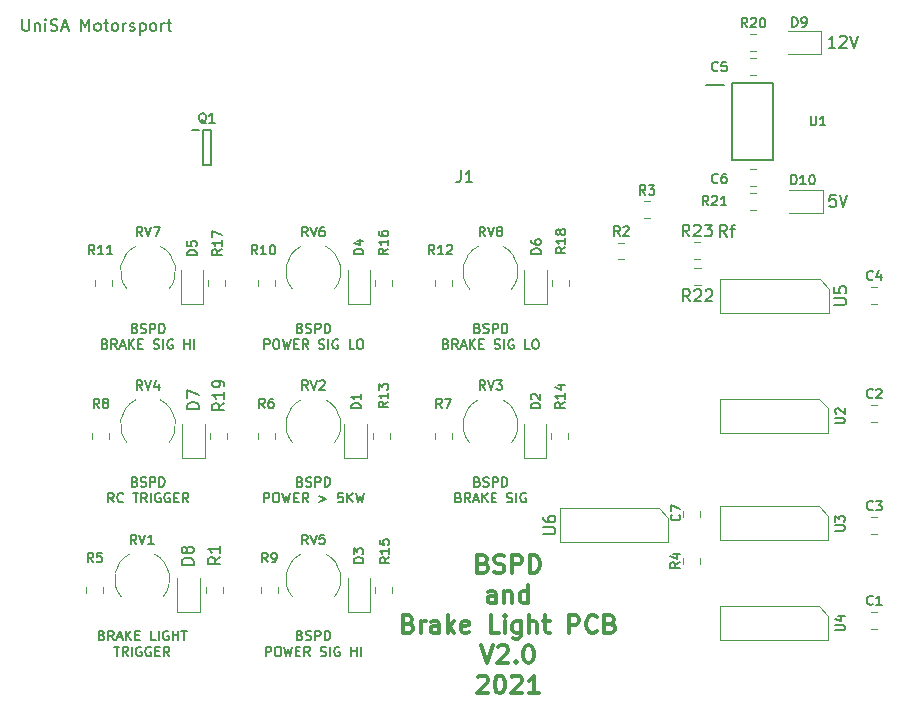
<source format=gto>
G04 #@! TF.GenerationSoftware,KiCad,Pcbnew,(5.1.7)-1*
G04 #@! TF.CreationDate,2022-01-10T20:36:18+10:30*
G04 #@! TF.ProjectId,BSPD,42535044-2e6b-4696-9361-645f70636258,4*
G04 #@! TF.SameCoordinates,Original*
G04 #@! TF.FileFunction,Legend,Top*
G04 #@! TF.FilePolarity,Positive*
%FSLAX46Y46*%
G04 Gerber Fmt 4.6, Leading zero omitted, Abs format (unit mm)*
G04 Created by KiCad (PCBNEW (5.1.7)-1) date 2022-01-10 20:36:18*
%MOMM*%
%LPD*%
G01*
G04 APERTURE LIST*
%ADD10C,0.150000*%
%ADD11C,0.300000*%
%ADD12C,0.120000*%
%ADD13C,0.200000*%
G04 APERTURE END LIST*
D10*
X158013809Y-75022380D02*
X157680476Y-74546190D01*
X157442380Y-75022380D02*
X157442380Y-74022380D01*
X157823333Y-74022380D01*
X157918571Y-74070000D01*
X157966190Y-74117619D01*
X158013809Y-74212857D01*
X158013809Y-74355714D01*
X157966190Y-74450952D01*
X157918571Y-74498571D01*
X157823333Y-74546190D01*
X157442380Y-74546190D01*
X158299523Y-74355714D02*
X158680476Y-74355714D01*
X158442380Y-75022380D02*
X158442380Y-74165238D01*
X158490000Y-74070000D01*
X158585238Y-74022380D01*
X158680476Y-74022380D01*
X167214523Y-71502380D02*
X166738333Y-71502380D01*
X166690714Y-71978571D01*
X166738333Y-71930952D01*
X166833571Y-71883333D01*
X167071666Y-71883333D01*
X167166904Y-71930952D01*
X167214523Y-71978571D01*
X167262142Y-72073809D01*
X167262142Y-72311904D01*
X167214523Y-72407142D01*
X167166904Y-72454761D01*
X167071666Y-72502380D01*
X166833571Y-72502380D01*
X166738333Y-72454761D01*
X166690714Y-72407142D01*
X167547857Y-71502380D02*
X167881190Y-72502380D01*
X168214523Y-71502380D01*
X167185952Y-59027380D02*
X166614523Y-59027380D01*
X166900238Y-59027380D02*
X166900238Y-58027380D01*
X166805000Y-58170238D01*
X166709761Y-58265476D01*
X166614523Y-58313095D01*
X167566904Y-58122619D02*
X167614523Y-58075000D01*
X167709761Y-58027380D01*
X167947857Y-58027380D01*
X168043095Y-58075000D01*
X168090714Y-58122619D01*
X168138333Y-58217857D01*
X168138333Y-58313095D01*
X168090714Y-58455952D01*
X167519285Y-59027380D01*
X168138333Y-59027380D01*
X168424047Y-58027380D02*
X168757380Y-59027380D01*
X169090714Y-58027380D01*
X98366904Y-56602380D02*
X98366904Y-57411904D01*
X98414523Y-57507142D01*
X98462142Y-57554761D01*
X98557380Y-57602380D01*
X98747857Y-57602380D01*
X98843095Y-57554761D01*
X98890714Y-57507142D01*
X98938333Y-57411904D01*
X98938333Y-56602380D01*
X99414523Y-56935714D02*
X99414523Y-57602380D01*
X99414523Y-57030952D02*
X99462142Y-56983333D01*
X99557380Y-56935714D01*
X99700238Y-56935714D01*
X99795476Y-56983333D01*
X99843095Y-57078571D01*
X99843095Y-57602380D01*
X100319285Y-57602380D02*
X100319285Y-56935714D01*
X100319285Y-56602380D02*
X100271666Y-56650000D01*
X100319285Y-56697619D01*
X100366904Y-56650000D01*
X100319285Y-56602380D01*
X100319285Y-56697619D01*
X100747857Y-57554761D02*
X100890714Y-57602380D01*
X101128809Y-57602380D01*
X101224047Y-57554761D01*
X101271666Y-57507142D01*
X101319285Y-57411904D01*
X101319285Y-57316666D01*
X101271666Y-57221428D01*
X101224047Y-57173809D01*
X101128809Y-57126190D01*
X100938333Y-57078571D01*
X100843095Y-57030952D01*
X100795476Y-56983333D01*
X100747857Y-56888095D01*
X100747857Y-56792857D01*
X100795476Y-56697619D01*
X100843095Y-56650000D01*
X100938333Y-56602380D01*
X101176428Y-56602380D01*
X101319285Y-56650000D01*
X101700238Y-57316666D02*
X102176428Y-57316666D01*
X101605000Y-57602380D02*
X101938333Y-56602380D01*
X102271666Y-57602380D01*
X103366904Y-57602380D02*
X103366904Y-56602380D01*
X103700238Y-57316666D01*
X104033571Y-56602380D01*
X104033571Y-57602380D01*
X104652619Y-57602380D02*
X104557380Y-57554761D01*
X104509761Y-57507142D01*
X104462142Y-57411904D01*
X104462142Y-57126190D01*
X104509761Y-57030952D01*
X104557380Y-56983333D01*
X104652619Y-56935714D01*
X104795476Y-56935714D01*
X104890714Y-56983333D01*
X104938333Y-57030952D01*
X104985952Y-57126190D01*
X104985952Y-57411904D01*
X104938333Y-57507142D01*
X104890714Y-57554761D01*
X104795476Y-57602380D01*
X104652619Y-57602380D01*
X105271666Y-56935714D02*
X105652619Y-56935714D01*
X105414523Y-56602380D02*
X105414523Y-57459523D01*
X105462142Y-57554761D01*
X105557380Y-57602380D01*
X105652619Y-57602380D01*
X106128809Y-57602380D02*
X106033571Y-57554761D01*
X105985952Y-57507142D01*
X105938333Y-57411904D01*
X105938333Y-57126190D01*
X105985952Y-57030952D01*
X106033571Y-56983333D01*
X106128809Y-56935714D01*
X106271666Y-56935714D01*
X106366904Y-56983333D01*
X106414523Y-57030952D01*
X106462142Y-57126190D01*
X106462142Y-57411904D01*
X106414523Y-57507142D01*
X106366904Y-57554761D01*
X106271666Y-57602380D01*
X106128809Y-57602380D01*
X106890714Y-57602380D02*
X106890714Y-56935714D01*
X106890714Y-57126190D02*
X106938333Y-57030952D01*
X106985952Y-56983333D01*
X107081190Y-56935714D01*
X107176428Y-56935714D01*
X107462142Y-57554761D02*
X107557380Y-57602380D01*
X107747857Y-57602380D01*
X107843095Y-57554761D01*
X107890714Y-57459523D01*
X107890714Y-57411904D01*
X107843095Y-57316666D01*
X107747857Y-57269047D01*
X107605000Y-57269047D01*
X107509761Y-57221428D01*
X107462142Y-57126190D01*
X107462142Y-57078571D01*
X107509761Y-56983333D01*
X107605000Y-56935714D01*
X107747857Y-56935714D01*
X107843095Y-56983333D01*
X108319285Y-56935714D02*
X108319285Y-57935714D01*
X108319285Y-56983333D02*
X108414523Y-56935714D01*
X108605000Y-56935714D01*
X108700238Y-56983333D01*
X108747857Y-57030952D01*
X108795476Y-57126190D01*
X108795476Y-57411904D01*
X108747857Y-57507142D01*
X108700238Y-57554761D01*
X108605000Y-57602380D01*
X108414523Y-57602380D01*
X108319285Y-57554761D01*
X109366904Y-57602380D02*
X109271666Y-57554761D01*
X109224047Y-57507142D01*
X109176428Y-57411904D01*
X109176428Y-57126190D01*
X109224047Y-57030952D01*
X109271666Y-56983333D01*
X109366904Y-56935714D01*
X109509761Y-56935714D01*
X109605000Y-56983333D01*
X109652619Y-57030952D01*
X109700238Y-57126190D01*
X109700238Y-57411904D01*
X109652619Y-57507142D01*
X109605000Y-57554761D01*
X109509761Y-57602380D01*
X109366904Y-57602380D01*
X110128809Y-57602380D02*
X110128809Y-56935714D01*
X110128809Y-57126190D02*
X110176428Y-57030952D01*
X110224047Y-56983333D01*
X110319285Y-56935714D01*
X110414523Y-56935714D01*
X110605000Y-56935714D02*
X110985952Y-56935714D01*
X110747857Y-56602380D02*
X110747857Y-57459523D01*
X110795476Y-57554761D01*
X110890714Y-57602380D01*
X110985952Y-57602380D01*
D11*
X137392857Y-102702857D02*
X137607142Y-102774285D01*
X137678571Y-102845714D01*
X137750000Y-102988571D01*
X137750000Y-103202857D01*
X137678571Y-103345714D01*
X137607142Y-103417142D01*
X137464285Y-103488571D01*
X136892857Y-103488571D01*
X136892857Y-101988571D01*
X137392857Y-101988571D01*
X137535714Y-102060000D01*
X137607142Y-102131428D01*
X137678571Y-102274285D01*
X137678571Y-102417142D01*
X137607142Y-102560000D01*
X137535714Y-102631428D01*
X137392857Y-102702857D01*
X136892857Y-102702857D01*
X138321428Y-103417142D02*
X138535714Y-103488571D01*
X138892857Y-103488571D01*
X139035714Y-103417142D01*
X139107142Y-103345714D01*
X139178571Y-103202857D01*
X139178571Y-103060000D01*
X139107142Y-102917142D01*
X139035714Y-102845714D01*
X138892857Y-102774285D01*
X138607142Y-102702857D01*
X138464285Y-102631428D01*
X138392857Y-102560000D01*
X138321428Y-102417142D01*
X138321428Y-102274285D01*
X138392857Y-102131428D01*
X138464285Y-102060000D01*
X138607142Y-101988571D01*
X138964285Y-101988571D01*
X139178571Y-102060000D01*
X139821428Y-103488571D02*
X139821428Y-101988571D01*
X140392857Y-101988571D01*
X140535714Y-102060000D01*
X140607142Y-102131428D01*
X140678571Y-102274285D01*
X140678571Y-102488571D01*
X140607142Y-102631428D01*
X140535714Y-102702857D01*
X140392857Y-102774285D01*
X139821428Y-102774285D01*
X141321428Y-103488571D02*
X141321428Y-101988571D01*
X141678571Y-101988571D01*
X141892857Y-102060000D01*
X142035714Y-102202857D01*
X142107142Y-102345714D01*
X142178571Y-102631428D01*
X142178571Y-102845714D01*
X142107142Y-103131428D01*
X142035714Y-103274285D01*
X141892857Y-103417142D01*
X141678571Y-103488571D01*
X141321428Y-103488571D01*
X138464285Y-106038571D02*
X138464285Y-105252857D01*
X138392857Y-105110000D01*
X138250000Y-105038571D01*
X137964285Y-105038571D01*
X137821428Y-105110000D01*
X138464285Y-105967142D02*
X138321428Y-106038571D01*
X137964285Y-106038571D01*
X137821428Y-105967142D01*
X137750000Y-105824285D01*
X137750000Y-105681428D01*
X137821428Y-105538571D01*
X137964285Y-105467142D01*
X138321428Y-105467142D01*
X138464285Y-105395714D01*
X139178571Y-105038571D02*
X139178571Y-106038571D01*
X139178571Y-105181428D02*
X139250000Y-105110000D01*
X139392857Y-105038571D01*
X139607142Y-105038571D01*
X139750000Y-105110000D01*
X139821428Y-105252857D01*
X139821428Y-106038571D01*
X141178571Y-106038571D02*
X141178571Y-104538571D01*
X141178571Y-105967142D02*
X141035714Y-106038571D01*
X140750000Y-106038571D01*
X140607142Y-105967142D01*
X140535714Y-105895714D01*
X140464285Y-105752857D01*
X140464285Y-105324285D01*
X140535714Y-105181428D01*
X140607142Y-105110000D01*
X140750000Y-105038571D01*
X141035714Y-105038571D01*
X141178571Y-105110000D01*
X131071428Y-107802857D02*
X131285714Y-107874285D01*
X131357142Y-107945714D01*
X131428571Y-108088571D01*
X131428571Y-108302857D01*
X131357142Y-108445714D01*
X131285714Y-108517142D01*
X131142857Y-108588571D01*
X130571428Y-108588571D01*
X130571428Y-107088571D01*
X131071428Y-107088571D01*
X131214285Y-107160000D01*
X131285714Y-107231428D01*
X131357142Y-107374285D01*
X131357142Y-107517142D01*
X131285714Y-107660000D01*
X131214285Y-107731428D01*
X131071428Y-107802857D01*
X130571428Y-107802857D01*
X132071428Y-108588571D02*
X132071428Y-107588571D01*
X132071428Y-107874285D02*
X132142857Y-107731428D01*
X132214285Y-107660000D01*
X132357142Y-107588571D01*
X132500000Y-107588571D01*
X133642857Y-108588571D02*
X133642857Y-107802857D01*
X133571428Y-107660000D01*
X133428571Y-107588571D01*
X133142857Y-107588571D01*
X133000000Y-107660000D01*
X133642857Y-108517142D02*
X133500000Y-108588571D01*
X133142857Y-108588571D01*
X133000000Y-108517142D01*
X132928571Y-108374285D01*
X132928571Y-108231428D01*
X133000000Y-108088571D01*
X133142857Y-108017142D01*
X133500000Y-108017142D01*
X133642857Y-107945714D01*
X134357142Y-108588571D02*
X134357142Y-107088571D01*
X134500000Y-108017142D02*
X134928571Y-108588571D01*
X134928571Y-107588571D02*
X134357142Y-108160000D01*
X136142857Y-108517142D02*
X136000000Y-108588571D01*
X135714285Y-108588571D01*
X135571428Y-108517142D01*
X135500000Y-108374285D01*
X135500000Y-107802857D01*
X135571428Y-107660000D01*
X135714285Y-107588571D01*
X136000000Y-107588571D01*
X136142857Y-107660000D01*
X136214285Y-107802857D01*
X136214285Y-107945714D01*
X135500000Y-108088571D01*
X138714285Y-108588571D02*
X138000000Y-108588571D01*
X138000000Y-107088571D01*
X139214285Y-108588571D02*
X139214285Y-107588571D01*
X139214285Y-107088571D02*
X139142857Y-107160000D01*
X139214285Y-107231428D01*
X139285714Y-107160000D01*
X139214285Y-107088571D01*
X139214285Y-107231428D01*
X140571428Y-107588571D02*
X140571428Y-108802857D01*
X140500000Y-108945714D01*
X140428571Y-109017142D01*
X140285714Y-109088571D01*
X140071428Y-109088571D01*
X139928571Y-109017142D01*
X140571428Y-108517142D02*
X140428571Y-108588571D01*
X140142857Y-108588571D01*
X140000000Y-108517142D01*
X139928571Y-108445714D01*
X139857142Y-108302857D01*
X139857142Y-107874285D01*
X139928571Y-107731428D01*
X140000000Y-107660000D01*
X140142857Y-107588571D01*
X140428571Y-107588571D01*
X140571428Y-107660000D01*
X141285714Y-108588571D02*
X141285714Y-107088571D01*
X141928571Y-108588571D02*
X141928571Y-107802857D01*
X141857142Y-107660000D01*
X141714285Y-107588571D01*
X141500000Y-107588571D01*
X141357142Y-107660000D01*
X141285714Y-107731428D01*
X142428571Y-107588571D02*
X143000000Y-107588571D01*
X142642857Y-107088571D02*
X142642857Y-108374285D01*
X142714285Y-108517142D01*
X142857142Y-108588571D01*
X143000000Y-108588571D01*
X144642857Y-108588571D02*
X144642857Y-107088571D01*
X145214285Y-107088571D01*
X145357142Y-107160000D01*
X145428571Y-107231428D01*
X145500000Y-107374285D01*
X145500000Y-107588571D01*
X145428571Y-107731428D01*
X145357142Y-107802857D01*
X145214285Y-107874285D01*
X144642857Y-107874285D01*
X147000000Y-108445714D02*
X146928571Y-108517142D01*
X146714285Y-108588571D01*
X146571428Y-108588571D01*
X146357142Y-108517142D01*
X146214285Y-108374285D01*
X146142857Y-108231428D01*
X146071428Y-107945714D01*
X146071428Y-107731428D01*
X146142857Y-107445714D01*
X146214285Y-107302857D01*
X146357142Y-107160000D01*
X146571428Y-107088571D01*
X146714285Y-107088571D01*
X146928571Y-107160000D01*
X147000000Y-107231428D01*
X148142857Y-107802857D02*
X148357142Y-107874285D01*
X148428571Y-107945714D01*
X148500000Y-108088571D01*
X148500000Y-108302857D01*
X148428571Y-108445714D01*
X148357142Y-108517142D01*
X148214285Y-108588571D01*
X147642857Y-108588571D01*
X147642857Y-107088571D01*
X148142857Y-107088571D01*
X148285714Y-107160000D01*
X148357142Y-107231428D01*
X148428571Y-107374285D01*
X148428571Y-107517142D01*
X148357142Y-107660000D01*
X148285714Y-107731428D01*
X148142857Y-107802857D01*
X147642857Y-107802857D01*
X137214285Y-109638571D02*
X137714285Y-111138571D01*
X138214285Y-109638571D01*
X138642857Y-109781428D02*
X138714285Y-109710000D01*
X138857142Y-109638571D01*
X139214285Y-109638571D01*
X139357142Y-109710000D01*
X139428571Y-109781428D01*
X139500000Y-109924285D01*
X139500000Y-110067142D01*
X139428571Y-110281428D01*
X138571428Y-111138571D01*
X139500000Y-111138571D01*
X140142857Y-110995714D02*
X140214285Y-111067142D01*
X140142857Y-111138571D01*
X140071428Y-111067142D01*
X140142857Y-110995714D01*
X140142857Y-111138571D01*
X141142857Y-109638571D02*
X141285714Y-109638571D01*
X141428571Y-109710000D01*
X141500000Y-109781428D01*
X141571428Y-109924285D01*
X141642857Y-110210000D01*
X141642857Y-110567142D01*
X141571428Y-110852857D01*
X141500000Y-110995714D01*
X141428571Y-111067142D01*
X141285714Y-111138571D01*
X141142857Y-111138571D01*
X141000000Y-111067142D01*
X140928571Y-110995714D01*
X140857142Y-110852857D01*
X140785714Y-110567142D01*
X140785714Y-110210000D01*
X140857142Y-109924285D01*
X140928571Y-109781428D01*
X141000000Y-109710000D01*
X141142857Y-109638571D01*
X136928571Y-112331428D02*
X137000000Y-112260000D01*
X137142857Y-112188571D01*
X137500000Y-112188571D01*
X137642857Y-112260000D01*
X137714285Y-112331428D01*
X137785714Y-112474285D01*
X137785714Y-112617142D01*
X137714285Y-112831428D01*
X136857142Y-113688571D01*
X137785714Y-113688571D01*
X138714285Y-112188571D02*
X138857142Y-112188571D01*
X139000000Y-112260000D01*
X139071428Y-112331428D01*
X139142857Y-112474285D01*
X139214285Y-112760000D01*
X139214285Y-113117142D01*
X139142857Y-113402857D01*
X139071428Y-113545714D01*
X139000000Y-113617142D01*
X138857142Y-113688571D01*
X138714285Y-113688571D01*
X138571428Y-113617142D01*
X138500000Y-113545714D01*
X138428571Y-113402857D01*
X138357142Y-113117142D01*
X138357142Y-112760000D01*
X138428571Y-112474285D01*
X138500000Y-112331428D01*
X138571428Y-112260000D01*
X138714285Y-112188571D01*
X139785714Y-112331428D02*
X139857142Y-112260000D01*
X140000000Y-112188571D01*
X140357142Y-112188571D01*
X140500000Y-112260000D01*
X140571428Y-112331428D01*
X140642857Y-112474285D01*
X140642857Y-112617142D01*
X140571428Y-112831428D01*
X139714285Y-113688571D01*
X140642857Y-113688571D01*
X142071428Y-113688571D02*
X141214285Y-113688571D01*
X141642857Y-113688571D02*
X141642857Y-112188571D01*
X141500000Y-112402857D01*
X141357142Y-112545714D01*
X141214285Y-112617142D01*
D10*
X121876190Y-108767857D02*
X121990476Y-108805952D01*
X122028571Y-108844047D01*
X122066666Y-108920238D01*
X122066666Y-109034523D01*
X122028571Y-109110714D01*
X121990476Y-109148809D01*
X121914285Y-109186904D01*
X121609523Y-109186904D01*
X121609523Y-108386904D01*
X121876190Y-108386904D01*
X121952380Y-108425000D01*
X121990476Y-108463095D01*
X122028571Y-108539285D01*
X122028571Y-108615476D01*
X121990476Y-108691666D01*
X121952380Y-108729761D01*
X121876190Y-108767857D01*
X121609523Y-108767857D01*
X122371428Y-109148809D02*
X122485714Y-109186904D01*
X122676190Y-109186904D01*
X122752380Y-109148809D01*
X122790476Y-109110714D01*
X122828571Y-109034523D01*
X122828571Y-108958333D01*
X122790476Y-108882142D01*
X122752380Y-108844047D01*
X122676190Y-108805952D01*
X122523809Y-108767857D01*
X122447619Y-108729761D01*
X122409523Y-108691666D01*
X122371428Y-108615476D01*
X122371428Y-108539285D01*
X122409523Y-108463095D01*
X122447619Y-108425000D01*
X122523809Y-108386904D01*
X122714285Y-108386904D01*
X122828571Y-108425000D01*
X123171428Y-109186904D02*
X123171428Y-108386904D01*
X123476190Y-108386904D01*
X123552380Y-108425000D01*
X123590476Y-108463095D01*
X123628571Y-108539285D01*
X123628571Y-108653571D01*
X123590476Y-108729761D01*
X123552380Y-108767857D01*
X123476190Y-108805952D01*
X123171428Y-108805952D01*
X123971428Y-109186904D02*
X123971428Y-108386904D01*
X124161904Y-108386904D01*
X124276190Y-108425000D01*
X124352380Y-108501190D01*
X124390476Y-108577380D01*
X124428571Y-108729761D01*
X124428571Y-108844047D01*
X124390476Y-108996428D01*
X124352380Y-109072619D01*
X124276190Y-109148809D01*
X124161904Y-109186904D01*
X123971428Y-109186904D01*
X118961904Y-110536904D02*
X118961904Y-109736904D01*
X119266666Y-109736904D01*
X119342857Y-109775000D01*
X119380952Y-109813095D01*
X119419047Y-109889285D01*
X119419047Y-110003571D01*
X119380952Y-110079761D01*
X119342857Y-110117857D01*
X119266666Y-110155952D01*
X118961904Y-110155952D01*
X119914285Y-109736904D02*
X120066666Y-109736904D01*
X120142857Y-109775000D01*
X120219047Y-109851190D01*
X120257142Y-110003571D01*
X120257142Y-110270238D01*
X120219047Y-110422619D01*
X120142857Y-110498809D01*
X120066666Y-110536904D01*
X119914285Y-110536904D01*
X119838095Y-110498809D01*
X119761904Y-110422619D01*
X119723809Y-110270238D01*
X119723809Y-110003571D01*
X119761904Y-109851190D01*
X119838095Y-109775000D01*
X119914285Y-109736904D01*
X120523809Y-109736904D02*
X120714285Y-110536904D01*
X120866666Y-109965476D01*
X121019047Y-110536904D01*
X121209523Y-109736904D01*
X121514285Y-110117857D02*
X121780952Y-110117857D01*
X121895238Y-110536904D02*
X121514285Y-110536904D01*
X121514285Y-109736904D01*
X121895238Y-109736904D01*
X122695238Y-110536904D02*
X122428571Y-110155952D01*
X122238095Y-110536904D02*
X122238095Y-109736904D01*
X122542857Y-109736904D01*
X122619047Y-109775000D01*
X122657142Y-109813095D01*
X122695238Y-109889285D01*
X122695238Y-110003571D01*
X122657142Y-110079761D01*
X122619047Y-110117857D01*
X122542857Y-110155952D01*
X122238095Y-110155952D01*
X123609523Y-110498809D02*
X123723809Y-110536904D01*
X123914285Y-110536904D01*
X123990476Y-110498809D01*
X124028571Y-110460714D01*
X124066666Y-110384523D01*
X124066666Y-110308333D01*
X124028571Y-110232142D01*
X123990476Y-110194047D01*
X123914285Y-110155952D01*
X123761904Y-110117857D01*
X123685714Y-110079761D01*
X123647619Y-110041666D01*
X123609523Y-109965476D01*
X123609523Y-109889285D01*
X123647619Y-109813095D01*
X123685714Y-109775000D01*
X123761904Y-109736904D01*
X123952380Y-109736904D01*
X124066666Y-109775000D01*
X124409523Y-110536904D02*
X124409523Y-109736904D01*
X125209523Y-109775000D02*
X125133333Y-109736904D01*
X125019047Y-109736904D01*
X124904761Y-109775000D01*
X124828571Y-109851190D01*
X124790476Y-109927380D01*
X124752380Y-110079761D01*
X124752380Y-110194047D01*
X124790476Y-110346428D01*
X124828571Y-110422619D01*
X124904761Y-110498809D01*
X125019047Y-110536904D01*
X125095238Y-110536904D01*
X125209523Y-110498809D01*
X125247619Y-110460714D01*
X125247619Y-110194047D01*
X125095238Y-110194047D01*
X126200000Y-110536904D02*
X126200000Y-109736904D01*
X126200000Y-110117857D02*
X126657142Y-110117857D01*
X126657142Y-110536904D02*
X126657142Y-109736904D01*
X127038095Y-110536904D02*
X127038095Y-109736904D01*
X105109523Y-108767857D02*
X105223809Y-108805952D01*
X105261904Y-108844047D01*
X105300000Y-108920238D01*
X105300000Y-109034523D01*
X105261904Y-109110714D01*
X105223809Y-109148809D01*
X105147619Y-109186904D01*
X104842857Y-109186904D01*
X104842857Y-108386904D01*
X105109523Y-108386904D01*
X105185714Y-108425000D01*
X105223809Y-108463095D01*
X105261904Y-108539285D01*
X105261904Y-108615476D01*
X105223809Y-108691666D01*
X105185714Y-108729761D01*
X105109523Y-108767857D01*
X104842857Y-108767857D01*
X106100000Y-109186904D02*
X105833333Y-108805952D01*
X105642857Y-109186904D02*
X105642857Y-108386904D01*
X105947619Y-108386904D01*
X106023809Y-108425000D01*
X106061904Y-108463095D01*
X106100000Y-108539285D01*
X106100000Y-108653571D01*
X106061904Y-108729761D01*
X106023809Y-108767857D01*
X105947619Y-108805952D01*
X105642857Y-108805952D01*
X106404761Y-108958333D02*
X106785714Y-108958333D01*
X106328571Y-109186904D02*
X106595238Y-108386904D01*
X106861904Y-109186904D01*
X107128571Y-109186904D02*
X107128571Y-108386904D01*
X107585714Y-109186904D02*
X107242857Y-108729761D01*
X107585714Y-108386904D02*
X107128571Y-108844047D01*
X107928571Y-108767857D02*
X108195238Y-108767857D01*
X108309523Y-109186904D02*
X107928571Y-109186904D01*
X107928571Y-108386904D01*
X108309523Y-108386904D01*
X109642857Y-109186904D02*
X109261904Y-109186904D01*
X109261904Y-108386904D01*
X109909523Y-109186904D02*
X109909523Y-108386904D01*
X110709523Y-108425000D02*
X110633333Y-108386904D01*
X110519047Y-108386904D01*
X110404761Y-108425000D01*
X110328571Y-108501190D01*
X110290476Y-108577380D01*
X110252380Y-108729761D01*
X110252380Y-108844047D01*
X110290476Y-108996428D01*
X110328571Y-109072619D01*
X110404761Y-109148809D01*
X110519047Y-109186904D01*
X110595238Y-109186904D01*
X110709523Y-109148809D01*
X110747619Y-109110714D01*
X110747619Y-108844047D01*
X110595238Y-108844047D01*
X111090476Y-109186904D02*
X111090476Y-108386904D01*
X111090476Y-108767857D02*
X111547619Y-108767857D01*
X111547619Y-109186904D02*
X111547619Y-108386904D01*
X111814285Y-108386904D02*
X112271428Y-108386904D01*
X112042857Y-109186904D02*
X112042857Y-108386904D01*
X106119047Y-109736904D02*
X106576190Y-109736904D01*
X106347619Y-110536904D02*
X106347619Y-109736904D01*
X107300000Y-110536904D02*
X107033333Y-110155952D01*
X106842857Y-110536904D02*
X106842857Y-109736904D01*
X107147619Y-109736904D01*
X107223809Y-109775000D01*
X107261904Y-109813095D01*
X107300000Y-109889285D01*
X107300000Y-110003571D01*
X107261904Y-110079761D01*
X107223809Y-110117857D01*
X107147619Y-110155952D01*
X106842857Y-110155952D01*
X107642857Y-110536904D02*
X107642857Y-109736904D01*
X108442857Y-109775000D02*
X108366666Y-109736904D01*
X108252380Y-109736904D01*
X108138095Y-109775000D01*
X108061904Y-109851190D01*
X108023809Y-109927380D01*
X107985714Y-110079761D01*
X107985714Y-110194047D01*
X108023809Y-110346428D01*
X108061904Y-110422619D01*
X108138095Y-110498809D01*
X108252380Y-110536904D01*
X108328571Y-110536904D01*
X108442857Y-110498809D01*
X108480952Y-110460714D01*
X108480952Y-110194047D01*
X108328571Y-110194047D01*
X109242857Y-109775000D02*
X109166666Y-109736904D01*
X109052380Y-109736904D01*
X108938095Y-109775000D01*
X108861904Y-109851190D01*
X108823809Y-109927380D01*
X108785714Y-110079761D01*
X108785714Y-110194047D01*
X108823809Y-110346428D01*
X108861904Y-110422619D01*
X108938095Y-110498809D01*
X109052380Y-110536904D01*
X109128571Y-110536904D01*
X109242857Y-110498809D01*
X109280952Y-110460714D01*
X109280952Y-110194047D01*
X109128571Y-110194047D01*
X109623809Y-110117857D02*
X109890476Y-110117857D01*
X110004761Y-110536904D02*
X109623809Y-110536904D01*
X109623809Y-109736904D01*
X110004761Y-109736904D01*
X110804761Y-110536904D02*
X110538095Y-110155952D01*
X110347619Y-110536904D02*
X110347619Y-109736904D01*
X110652380Y-109736904D01*
X110728571Y-109775000D01*
X110766666Y-109813095D01*
X110804761Y-109889285D01*
X110804761Y-110003571D01*
X110766666Y-110079761D01*
X110728571Y-110117857D01*
X110652380Y-110155952D01*
X110347619Y-110155952D01*
X107876190Y-95767857D02*
X107990476Y-95805952D01*
X108028571Y-95844047D01*
X108066666Y-95920238D01*
X108066666Y-96034523D01*
X108028571Y-96110714D01*
X107990476Y-96148809D01*
X107914285Y-96186904D01*
X107609523Y-96186904D01*
X107609523Y-95386904D01*
X107876190Y-95386904D01*
X107952380Y-95425000D01*
X107990476Y-95463095D01*
X108028571Y-95539285D01*
X108028571Y-95615476D01*
X107990476Y-95691666D01*
X107952380Y-95729761D01*
X107876190Y-95767857D01*
X107609523Y-95767857D01*
X108371428Y-96148809D02*
X108485714Y-96186904D01*
X108676190Y-96186904D01*
X108752380Y-96148809D01*
X108790476Y-96110714D01*
X108828571Y-96034523D01*
X108828571Y-95958333D01*
X108790476Y-95882142D01*
X108752380Y-95844047D01*
X108676190Y-95805952D01*
X108523809Y-95767857D01*
X108447619Y-95729761D01*
X108409523Y-95691666D01*
X108371428Y-95615476D01*
X108371428Y-95539285D01*
X108409523Y-95463095D01*
X108447619Y-95425000D01*
X108523809Y-95386904D01*
X108714285Y-95386904D01*
X108828571Y-95425000D01*
X109171428Y-96186904D02*
X109171428Y-95386904D01*
X109476190Y-95386904D01*
X109552380Y-95425000D01*
X109590476Y-95463095D01*
X109628571Y-95539285D01*
X109628571Y-95653571D01*
X109590476Y-95729761D01*
X109552380Y-95767857D01*
X109476190Y-95805952D01*
X109171428Y-95805952D01*
X109971428Y-96186904D02*
X109971428Y-95386904D01*
X110161904Y-95386904D01*
X110276190Y-95425000D01*
X110352380Y-95501190D01*
X110390476Y-95577380D01*
X110428571Y-95729761D01*
X110428571Y-95844047D01*
X110390476Y-95996428D01*
X110352380Y-96072619D01*
X110276190Y-96148809D01*
X110161904Y-96186904D01*
X109971428Y-96186904D01*
X106085714Y-97536904D02*
X105819047Y-97155952D01*
X105628571Y-97536904D02*
X105628571Y-96736904D01*
X105933333Y-96736904D01*
X106009523Y-96775000D01*
X106047619Y-96813095D01*
X106085714Y-96889285D01*
X106085714Y-97003571D01*
X106047619Y-97079761D01*
X106009523Y-97117857D01*
X105933333Y-97155952D01*
X105628571Y-97155952D01*
X106885714Y-97460714D02*
X106847619Y-97498809D01*
X106733333Y-97536904D01*
X106657142Y-97536904D01*
X106542857Y-97498809D01*
X106466666Y-97422619D01*
X106428571Y-97346428D01*
X106390476Y-97194047D01*
X106390476Y-97079761D01*
X106428571Y-96927380D01*
X106466666Y-96851190D01*
X106542857Y-96775000D01*
X106657142Y-96736904D01*
X106733333Y-96736904D01*
X106847619Y-96775000D01*
X106885714Y-96813095D01*
X107723809Y-96736904D02*
X108180952Y-96736904D01*
X107952380Y-97536904D02*
X107952380Y-96736904D01*
X108904761Y-97536904D02*
X108638095Y-97155952D01*
X108447619Y-97536904D02*
X108447619Y-96736904D01*
X108752380Y-96736904D01*
X108828571Y-96775000D01*
X108866666Y-96813095D01*
X108904761Y-96889285D01*
X108904761Y-97003571D01*
X108866666Y-97079761D01*
X108828571Y-97117857D01*
X108752380Y-97155952D01*
X108447619Y-97155952D01*
X109247619Y-97536904D02*
X109247619Y-96736904D01*
X110047619Y-96775000D02*
X109971428Y-96736904D01*
X109857142Y-96736904D01*
X109742857Y-96775000D01*
X109666666Y-96851190D01*
X109628571Y-96927380D01*
X109590476Y-97079761D01*
X109590476Y-97194047D01*
X109628571Y-97346428D01*
X109666666Y-97422619D01*
X109742857Y-97498809D01*
X109857142Y-97536904D01*
X109933333Y-97536904D01*
X110047619Y-97498809D01*
X110085714Y-97460714D01*
X110085714Y-97194047D01*
X109933333Y-97194047D01*
X110847619Y-96775000D02*
X110771428Y-96736904D01*
X110657142Y-96736904D01*
X110542857Y-96775000D01*
X110466666Y-96851190D01*
X110428571Y-96927380D01*
X110390476Y-97079761D01*
X110390476Y-97194047D01*
X110428571Y-97346428D01*
X110466666Y-97422619D01*
X110542857Y-97498809D01*
X110657142Y-97536904D01*
X110733333Y-97536904D01*
X110847619Y-97498809D01*
X110885714Y-97460714D01*
X110885714Y-97194047D01*
X110733333Y-97194047D01*
X111228571Y-97117857D02*
X111495238Y-97117857D01*
X111609523Y-97536904D02*
X111228571Y-97536904D01*
X111228571Y-96736904D01*
X111609523Y-96736904D01*
X112409523Y-97536904D02*
X112142857Y-97155952D01*
X111952380Y-97536904D02*
X111952380Y-96736904D01*
X112257142Y-96736904D01*
X112333333Y-96775000D01*
X112371428Y-96813095D01*
X112409523Y-96889285D01*
X112409523Y-97003571D01*
X112371428Y-97079761D01*
X112333333Y-97117857D01*
X112257142Y-97155952D01*
X111952380Y-97155952D01*
X107876190Y-82767857D02*
X107990476Y-82805952D01*
X108028571Y-82844047D01*
X108066666Y-82920238D01*
X108066666Y-83034523D01*
X108028571Y-83110714D01*
X107990476Y-83148809D01*
X107914285Y-83186904D01*
X107609523Y-83186904D01*
X107609523Y-82386904D01*
X107876190Y-82386904D01*
X107952380Y-82425000D01*
X107990476Y-82463095D01*
X108028571Y-82539285D01*
X108028571Y-82615476D01*
X107990476Y-82691666D01*
X107952380Y-82729761D01*
X107876190Y-82767857D01*
X107609523Y-82767857D01*
X108371428Y-83148809D02*
X108485714Y-83186904D01*
X108676190Y-83186904D01*
X108752380Y-83148809D01*
X108790476Y-83110714D01*
X108828571Y-83034523D01*
X108828571Y-82958333D01*
X108790476Y-82882142D01*
X108752380Y-82844047D01*
X108676190Y-82805952D01*
X108523809Y-82767857D01*
X108447619Y-82729761D01*
X108409523Y-82691666D01*
X108371428Y-82615476D01*
X108371428Y-82539285D01*
X108409523Y-82463095D01*
X108447619Y-82425000D01*
X108523809Y-82386904D01*
X108714285Y-82386904D01*
X108828571Y-82425000D01*
X109171428Y-83186904D02*
X109171428Y-82386904D01*
X109476190Y-82386904D01*
X109552380Y-82425000D01*
X109590476Y-82463095D01*
X109628571Y-82539285D01*
X109628571Y-82653571D01*
X109590476Y-82729761D01*
X109552380Y-82767857D01*
X109476190Y-82805952D01*
X109171428Y-82805952D01*
X109971428Y-83186904D02*
X109971428Y-82386904D01*
X110161904Y-82386904D01*
X110276190Y-82425000D01*
X110352380Y-82501190D01*
X110390476Y-82577380D01*
X110428571Y-82729761D01*
X110428571Y-82844047D01*
X110390476Y-82996428D01*
X110352380Y-83072619D01*
X110276190Y-83148809D01*
X110161904Y-83186904D01*
X109971428Y-83186904D01*
X105361904Y-84117857D02*
X105476190Y-84155952D01*
X105514285Y-84194047D01*
X105552380Y-84270238D01*
X105552380Y-84384523D01*
X105514285Y-84460714D01*
X105476190Y-84498809D01*
X105400000Y-84536904D01*
X105095238Y-84536904D01*
X105095238Y-83736904D01*
X105361904Y-83736904D01*
X105438095Y-83775000D01*
X105476190Y-83813095D01*
X105514285Y-83889285D01*
X105514285Y-83965476D01*
X105476190Y-84041666D01*
X105438095Y-84079761D01*
X105361904Y-84117857D01*
X105095238Y-84117857D01*
X106352380Y-84536904D02*
X106085714Y-84155952D01*
X105895238Y-84536904D02*
X105895238Y-83736904D01*
X106200000Y-83736904D01*
X106276190Y-83775000D01*
X106314285Y-83813095D01*
X106352380Y-83889285D01*
X106352380Y-84003571D01*
X106314285Y-84079761D01*
X106276190Y-84117857D01*
X106200000Y-84155952D01*
X105895238Y-84155952D01*
X106657142Y-84308333D02*
X107038095Y-84308333D01*
X106580952Y-84536904D02*
X106847619Y-83736904D01*
X107114285Y-84536904D01*
X107380952Y-84536904D02*
X107380952Y-83736904D01*
X107838095Y-84536904D02*
X107495238Y-84079761D01*
X107838095Y-83736904D02*
X107380952Y-84194047D01*
X108180952Y-84117857D02*
X108447619Y-84117857D01*
X108561904Y-84536904D02*
X108180952Y-84536904D01*
X108180952Y-83736904D01*
X108561904Y-83736904D01*
X109476190Y-84498809D02*
X109590476Y-84536904D01*
X109780952Y-84536904D01*
X109857142Y-84498809D01*
X109895238Y-84460714D01*
X109933333Y-84384523D01*
X109933333Y-84308333D01*
X109895238Y-84232142D01*
X109857142Y-84194047D01*
X109780952Y-84155952D01*
X109628571Y-84117857D01*
X109552380Y-84079761D01*
X109514285Y-84041666D01*
X109476190Y-83965476D01*
X109476190Y-83889285D01*
X109514285Y-83813095D01*
X109552380Y-83775000D01*
X109628571Y-83736904D01*
X109819047Y-83736904D01*
X109933333Y-83775000D01*
X110276190Y-84536904D02*
X110276190Y-83736904D01*
X111076190Y-83775000D02*
X111000000Y-83736904D01*
X110885714Y-83736904D01*
X110771428Y-83775000D01*
X110695238Y-83851190D01*
X110657142Y-83927380D01*
X110619047Y-84079761D01*
X110619047Y-84194047D01*
X110657142Y-84346428D01*
X110695238Y-84422619D01*
X110771428Y-84498809D01*
X110885714Y-84536904D01*
X110961904Y-84536904D01*
X111076190Y-84498809D01*
X111114285Y-84460714D01*
X111114285Y-84194047D01*
X110961904Y-84194047D01*
X112066666Y-84536904D02*
X112066666Y-83736904D01*
X112066666Y-84117857D02*
X112523809Y-84117857D01*
X112523809Y-84536904D02*
X112523809Y-83736904D01*
X112904761Y-84536904D02*
X112904761Y-83736904D01*
X121876190Y-82767857D02*
X121990476Y-82805952D01*
X122028571Y-82844047D01*
X122066666Y-82920238D01*
X122066666Y-83034523D01*
X122028571Y-83110714D01*
X121990476Y-83148809D01*
X121914285Y-83186904D01*
X121609523Y-83186904D01*
X121609523Y-82386904D01*
X121876190Y-82386904D01*
X121952380Y-82425000D01*
X121990476Y-82463095D01*
X122028571Y-82539285D01*
X122028571Y-82615476D01*
X121990476Y-82691666D01*
X121952380Y-82729761D01*
X121876190Y-82767857D01*
X121609523Y-82767857D01*
X122371428Y-83148809D02*
X122485714Y-83186904D01*
X122676190Y-83186904D01*
X122752380Y-83148809D01*
X122790476Y-83110714D01*
X122828571Y-83034523D01*
X122828571Y-82958333D01*
X122790476Y-82882142D01*
X122752380Y-82844047D01*
X122676190Y-82805952D01*
X122523809Y-82767857D01*
X122447619Y-82729761D01*
X122409523Y-82691666D01*
X122371428Y-82615476D01*
X122371428Y-82539285D01*
X122409523Y-82463095D01*
X122447619Y-82425000D01*
X122523809Y-82386904D01*
X122714285Y-82386904D01*
X122828571Y-82425000D01*
X123171428Y-83186904D02*
X123171428Y-82386904D01*
X123476190Y-82386904D01*
X123552380Y-82425000D01*
X123590476Y-82463095D01*
X123628571Y-82539285D01*
X123628571Y-82653571D01*
X123590476Y-82729761D01*
X123552380Y-82767857D01*
X123476190Y-82805952D01*
X123171428Y-82805952D01*
X123971428Y-83186904D02*
X123971428Y-82386904D01*
X124161904Y-82386904D01*
X124276190Y-82425000D01*
X124352380Y-82501190D01*
X124390476Y-82577380D01*
X124428571Y-82729761D01*
X124428571Y-82844047D01*
X124390476Y-82996428D01*
X124352380Y-83072619D01*
X124276190Y-83148809D01*
X124161904Y-83186904D01*
X123971428Y-83186904D01*
X118828571Y-84536904D02*
X118828571Y-83736904D01*
X119133333Y-83736904D01*
X119209523Y-83775000D01*
X119247619Y-83813095D01*
X119285714Y-83889285D01*
X119285714Y-84003571D01*
X119247619Y-84079761D01*
X119209523Y-84117857D01*
X119133333Y-84155952D01*
X118828571Y-84155952D01*
X119780952Y-83736904D02*
X119933333Y-83736904D01*
X120009523Y-83775000D01*
X120085714Y-83851190D01*
X120123809Y-84003571D01*
X120123809Y-84270238D01*
X120085714Y-84422619D01*
X120009523Y-84498809D01*
X119933333Y-84536904D01*
X119780952Y-84536904D01*
X119704761Y-84498809D01*
X119628571Y-84422619D01*
X119590476Y-84270238D01*
X119590476Y-84003571D01*
X119628571Y-83851190D01*
X119704761Y-83775000D01*
X119780952Y-83736904D01*
X120390476Y-83736904D02*
X120580952Y-84536904D01*
X120733333Y-83965476D01*
X120885714Y-84536904D01*
X121076190Y-83736904D01*
X121380952Y-84117857D02*
X121647619Y-84117857D01*
X121761904Y-84536904D02*
X121380952Y-84536904D01*
X121380952Y-83736904D01*
X121761904Y-83736904D01*
X122561904Y-84536904D02*
X122295238Y-84155952D01*
X122104761Y-84536904D02*
X122104761Y-83736904D01*
X122409523Y-83736904D01*
X122485714Y-83775000D01*
X122523809Y-83813095D01*
X122561904Y-83889285D01*
X122561904Y-84003571D01*
X122523809Y-84079761D01*
X122485714Y-84117857D01*
X122409523Y-84155952D01*
X122104761Y-84155952D01*
X123476190Y-84498809D02*
X123590476Y-84536904D01*
X123780952Y-84536904D01*
X123857142Y-84498809D01*
X123895238Y-84460714D01*
X123933333Y-84384523D01*
X123933333Y-84308333D01*
X123895238Y-84232142D01*
X123857142Y-84194047D01*
X123780952Y-84155952D01*
X123628571Y-84117857D01*
X123552380Y-84079761D01*
X123514285Y-84041666D01*
X123476190Y-83965476D01*
X123476190Y-83889285D01*
X123514285Y-83813095D01*
X123552380Y-83775000D01*
X123628571Y-83736904D01*
X123819047Y-83736904D01*
X123933333Y-83775000D01*
X124276190Y-84536904D02*
X124276190Y-83736904D01*
X125076190Y-83775000D02*
X125000000Y-83736904D01*
X124885714Y-83736904D01*
X124771428Y-83775000D01*
X124695238Y-83851190D01*
X124657142Y-83927380D01*
X124619047Y-84079761D01*
X124619047Y-84194047D01*
X124657142Y-84346428D01*
X124695238Y-84422619D01*
X124771428Y-84498809D01*
X124885714Y-84536904D01*
X124961904Y-84536904D01*
X125076190Y-84498809D01*
X125114285Y-84460714D01*
X125114285Y-84194047D01*
X124961904Y-84194047D01*
X126447619Y-84536904D02*
X126066666Y-84536904D01*
X126066666Y-83736904D01*
X126866666Y-83736904D02*
X127019047Y-83736904D01*
X127095238Y-83775000D01*
X127171428Y-83851190D01*
X127209523Y-84003571D01*
X127209523Y-84270238D01*
X127171428Y-84422619D01*
X127095238Y-84498809D01*
X127019047Y-84536904D01*
X126866666Y-84536904D01*
X126790476Y-84498809D01*
X126714285Y-84422619D01*
X126676190Y-84270238D01*
X126676190Y-84003571D01*
X126714285Y-83851190D01*
X126790476Y-83775000D01*
X126866666Y-83736904D01*
X136876190Y-82767857D02*
X136990476Y-82805952D01*
X137028571Y-82844047D01*
X137066666Y-82920238D01*
X137066666Y-83034523D01*
X137028571Y-83110714D01*
X136990476Y-83148809D01*
X136914285Y-83186904D01*
X136609523Y-83186904D01*
X136609523Y-82386904D01*
X136876190Y-82386904D01*
X136952380Y-82425000D01*
X136990476Y-82463095D01*
X137028571Y-82539285D01*
X137028571Y-82615476D01*
X136990476Y-82691666D01*
X136952380Y-82729761D01*
X136876190Y-82767857D01*
X136609523Y-82767857D01*
X137371428Y-83148809D02*
X137485714Y-83186904D01*
X137676190Y-83186904D01*
X137752380Y-83148809D01*
X137790476Y-83110714D01*
X137828571Y-83034523D01*
X137828571Y-82958333D01*
X137790476Y-82882142D01*
X137752380Y-82844047D01*
X137676190Y-82805952D01*
X137523809Y-82767857D01*
X137447619Y-82729761D01*
X137409523Y-82691666D01*
X137371428Y-82615476D01*
X137371428Y-82539285D01*
X137409523Y-82463095D01*
X137447619Y-82425000D01*
X137523809Y-82386904D01*
X137714285Y-82386904D01*
X137828571Y-82425000D01*
X138171428Y-83186904D02*
X138171428Y-82386904D01*
X138476190Y-82386904D01*
X138552380Y-82425000D01*
X138590476Y-82463095D01*
X138628571Y-82539285D01*
X138628571Y-82653571D01*
X138590476Y-82729761D01*
X138552380Y-82767857D01*
X138476190Y-82805952D01*
X138171428Y-82805952D01*
X138971428Y-83186904D02*
X138971428Y-82386904D01*
X139161904Y-82386904D01*
X139276190Y-82425000D01*
X139352380Y-82501190D01*
X139390476Y-82577380D01*
X139428571Y-82729761D01*
X139428571Y-82844047D01*
X139390476Y-82996428D01*
X139352380Y-83072619D01*
X139276190Y-83148809D01*
X139161904Y-83186904D01*
X138971428Y-83186904D01*
X134228571Y-84117857D02*
X134342857Y-84155952D01*
X134380952Y-84194047D01*
X134419047Y-84270238D01*
X134419047Y-84384523D01*
X134380952Y-84460714D01*
X134342857Y-84498809D01*
X134266666Y-84536904D01*
X133961904Y-84536904D01*
X133961904Y-83736904D01*
X134228571Y-83736904D01*
X134304761Y-83775000D01*
X134342857Y-83813095D01*
X134380952Y-83889285D01*
X134380952Y-83965476D01*
X134342857Y-84041666D01*
X134304761Y-84079761D01*
X134228571Y-84117857D01*
X133961904Y-84117857D01*
X135219047Y-84536904D02*
X134952380Y-84155952D01*
X134761904Y-84536904D02*
X134761904Y-83736904D01*
X135066666Y-83736904D01*
X135142857Y-83775000D01*
X135180952Y-83813095D01*
X135219047Y-83889285D01*
X135219047Y-84003571D01*
X135180952Y-84079761D01*
X135142857Y-84117857D01*
X135066666Y-84155952D01*
X134761904Y-84155952D01*
X135523809Y-84308333D02*
X135904761Y-84308333D01*
X135447619Y-84536904D02*
X135714285Y-83736904D01*
X135980952Y-84536904D01*
X136247619Y-84536904D02*
X136247619Y-83736904D01*
X136704761Y-84536904D02*
X136361904Y-84079761D01*
X136704761Y-83736904D02*
X136247619Y-84194047D01*
X137047619Y-84117857D02*
X137314285Y-84117857D01*
X137428571Y-84536904D02*
X137047619Y-84536904D01*
X137047619Y-83736904D01*
X137428571Y-83736904D01*
X138342857Y-84498809D02*
X138457142Y-84536904D01*
X138647619Y-84536904D01*
X138723809Y-84498809D01*
X138761904Y-84460714D01*
X138800000Y-84384523D01*
X138800000Y-84308333D01*
X138761904Y-84232142D01*
X138723809Y-84194047D01*
X138647619Y-84155952D01*
X138495238Y-84117857D01*
X138419047Y-84079761D01*
X138380952Y-84041666D01*
X138342857Y-83965476D01*
X138342857Y-83889285D01*
X138380952Y-83813095D01*
X138419047Y-83775000D01*
X138495238Y-83736904D01*
X138685714Y-83736904D01*
X138800000Y-83775000D01*
X139142857Y-84536904D02*
X139142857Y-83736904D01*
X139942857Y-83775000D02*
X139866666Y-83736904D01*
X139752380Y-83736904D01*
X139638095Y-83775000D01*
X139561904Y-83851190D01*
X139523809Y-83927380D01*
X139485714Y-84079761D01*
X139485714Y-84194047D01*
X139523809Y-84346428D01*
X139561904Y-84422619D01*
X139638095Y-84498809D01*
X139752380Y-84536904D01*
X139828571Y-84536904D01*
X139942857Y-84498809D01*
X139980952Y-84460714D01*
X139980952Y-84194047D01*
X139828571Y-84194047D01*
X141314285Y-84536904D02*
X140933333Y-84536904D01*
X140933333Y-83736904D01*
X141733333Y-83736904D02*
X141885714Y-83736904D01*
X141961904Y-83775000D01*
X142038095Y-83851190D01*
X142076190Y-84003571D01*
X142076190Y-84270238D01*
X142038095Y-84422619D01*
X141961904Y-84498809D01*
X141885714Y-84536904D01*
X141733333Y-84536904D01*
X141657142Y-84498809D01*
X141580952Y-84422619D01*
X141542857Y-84270238D01*
X141542857Y-84003571D01*
X141580952Y-83851190D01*
X141657142Y-83775000D01*
X141733333Y-83736904D01*
X136876190Y-95767857D02*
X136990476Y-95805952D01*
X137028571Y-95844047D01*
X137066666Y-95920238D01*
X137066666Y-96034523D01*
X137028571Y-96110714D01*
X136990476Y-96148809D01*
X136914285Y-96186904D01*
X136609523Y-96186904D01*
X136609523Y-95386904D01*
X136876190Y-95386904D01*
X136952380Y-95425000D01*
X136990476Y-95463095D01*
X137028571Y-95539285D01*
X137028571Y-95615476D01*
X136990476Y-95691666D01*
X136952380Y-95729761D01*
X136876190Y-95767857D01*
X136609523Y-95767857D01*
X137371428Y-96148809D02*
X137485714Y-96186904D01*
X137676190Y-96186904D01*
X137752380Y-96148809D01*
X137790476Y-96110714D01*
X137828571Y-96034523D01*
X137828571Y-95958333D01*
X137790476Y-95882142D01*
X137752380Y-95844047D01*
X137676190Y-95805952D01*
X137523809Y-95767857D01*
X137447619Y-95729761D01*
X137409523Y-95691666D01*
X137371428Y-95615476D01*
X137371428Y-95539285D01*
X137409523Y-95463095D01*
X137447619Y-95425000D01*
X137523809Y-95386904D01*
X137714285Y-95386904D01*
X137828571Y-95425000D01*
X138171428Y-96186904D02*
X138171428Y-95386904D01*
X138476190Y-95386904D01*
X138552380Y-95425000D01*
X138590476Y-95463095D01*
X138628571Y-95539285D01*
X138628571Y-95653571D01*
X138590476Y-95729761D01*
X138552380Y-95767857D01*
X138476190Y-95805952D01*
X138171428Y-95805952D01*
X138971428Y-96186904D02*
X138971428Y-95386904D01*
X139161904Y-95386904D01*
X139276190Y-95425000D01*
X139352380Y-95501190D01*
X139390476Y-95577380D01*
X139428571Y-95729761D01*
X139428571Y-95844047D01*
X139390476Y-95996428D01*
X139352380Y-96072619D01*
X139276190Y-96148809D01*
X139161904Y-96186904D01*
X138971428Y-96186904D01*
X135276190Y-97117857D02*
X135390476Y-97155952D01*
X135428571Y-97194047D01*
X135466666Y-97270238D01*
X135466666Y-97384523D01*
X135428571Y-97460714D01*
X135390476Y-97498809D01*
X135314285Y-97536904D01*
X135009523Y-97536904D01*
X135009523Y-96736904D01*
X135276190Y-96736904D01*
X135352380Y-96775000D01*
X135390476Y-96813095D01*
X135428571Y-96889285D01*
X135428571Y-96965476D01*
X135390476Y-97041666D01*
X135352380Y-97079761D01*
X135276190Y-97117857D01*
X135009523Y-97117857D01*
X136266666Y-97536904D02*
X136000000Y-97155952D01*
X135809523Y-97536904D02*
X135809523Y-96736904D01*
X136114285Y-96736904D01*
X136190476Y-96775000D01*
X136228571Y-96813095D01*
X136266666Y-96889285D01*
X136266666Y-97003571D01*
X136228571Y-97079761D01*
X136190476Y-97117857D01*
X136114285Y-97155952D01*
X135809523Y-97155952D01*
X136571428Y-97308333D02*
X136952380Y-97308333D01*
X136495238Y-97536904D02*
X136761904Y-96736904D01*
X137028571Y-97536904D01*
X137295238Y-97536904D02*
X137295238Y-96736904D01*
X137752380Y-97536904D02*
X137409523Y-97079761D01*
X137752380Y-96736904D02*
X137295238Y-97194047D01*
X138095238Y-97117857D02*
X138361904Y-97117857D01*
X138476190Y-97536904D02*
X138095238Y-97536904D01*
X138095238Y-96736904D01*
X138476190Y-96736904D01*
X139390476Y-97498809D02*
X139504761Y-97536904D01*
X139695238Y-97536904D01*
X139771428Y-97498809D01*
X139809523Y-97460714D01*
X139847619Y-97384523D01*
X139847619Y-97308333D01*
X139809523Y-97232142D01*
X139771428Y-97194047D01*
X139695238Y-97155952D01*
X139542857Y-97117857D01*
X139466666Y-97079761D01*
X139428571Y-97041666D01*
X139390476Y-96965476D01*
X139390476Y-96889285D01*
X139428571Y-96813095D01*
X139466666Y-96775000D01*
X139542857Y-96736904D01*
X139733333Y-96736904D01*
X139847619Y-96775000D01*
X140190476Y-97536904D02*
X140190476Y-96736904D01*
X140990476Y-96775000D02*
X140914285Y-96736904D01*
X140800000Y-96736904D01*
X140685714Y-96775000D01*
X140609523Y-96851190D01*
X140571428Y-96927380D01*
X140533333Y-97079761D01*
X140533333Y-97194047D01*
X140571428Y-97346428D01*
X140609523Y-97422619D01*
X140685714Y-97498809D01*
X140800000Y-97536904D01*
X140876190Y-97536904D01*
X140990476Y-97498809D01*
X141028571Y-97460714D01*
X141028571Y-97194047D01*
X140876190Y-97194047D01*
X121876190Y-95767857D02*
X121990476Y-95805952D01*
X122028571Y-95844047D01*
X122066666Y-95920238D01*
X122066666Y-96034523D01*
X122028571Y-96110714D01*
X121990476Y-96148809D01*
X121914285Y-96186904D01*
X121609523Y-96186904D01*
X121609523Y-95386904D01*
X121876190Y-95386904D01*
X121952380Y-95425000D01*
X121990476Y-95463095D01*
X122028571Y-95539285D01*
X122028571Y-95615476D01*
X121990476Y-95691666D01*
X121952380Y-95729761D01*
X121876190Y-95767857D01*
X121609523Y-95767857D01*
X122371428Y-96148809D02*
X122485714Y-96186904D01*
X122676190Y-96186904D01*
X122752380Y-96148809D01*
X122790476Y-96110714D01*
X122828571Y-96034523D01*
X122828571Y-95958333D01*
X122790476Y-95882142D01*
X122752380Y-95844047D01*
X122676190Y-95805952D01*
X122523809Y-95767857D01*
X122447619Y-95729761D01*
X122409523Y-95691666D01*
X122371428Y-95615476D01*
X122371428Y-95539285D01*
X122409523Y-95463095D01*
X122447619Y-95425000D01*
X122523809Y-95386904D01*
X122714285Y-95386904D01*
X122828571Y-95425000D01*
X123171428Y-96186904D02*
X123171428Y-95386904D01*
X123476190Y-95386904D01*
X123552380Y-95425000D01*
X123590476Y-95463095D01*
X123628571Y-95539285D01*
X123628571Y-95653571D01*
X123590476Y-95729761D01*
X123552380Y-95767857D01*
X123476190Y-95805952D01*
X123171428Y-95805952D01*
X123971428Y-96186904D02*
X123971428Y-95386904D01*
X124161904Y-95386904D01*
X124276190Y-95425000D01*
X124352380Y-95501190D01*
X124390476Y-95577380D01*
X124428571Y-95729761D01*
X124428571Y-95844047D01*
X124390476Y-95996428D01*
X124352380Y-96072619D01*
X124276190Y-96148809D01*
X124161904Y-96186904D01*
X123971428Y-96186904D01*
X118809523Y-97536904D02*
X118809523Y-96736904D01*
X119114285Y-96736904D01*
X119190476Y-96775000D01*
X119228571Y-96813095D01*
X119266666Y-96889285D01*
X119266666Y-97003571D01*
X119228571Y-97079761D01*
X119190476Y-97117857D01*
X119114285Y-97155952D01*
X118809523Y-97155952D01*
X119761904Y-96736904D02*
X119914285Y-96736904D01*
X119990476Y-96775000D01*
X120066666Y-96851190D01*
X120104761Y-97003571D01*
X120104761Y-97270238D01*
X120066666Y-97422619D01*
X119990476Y-97498809D01*
X119914285Y-97536904D01*
X119761904Y-97536904D01*
X119685714Y-97498809D01*
X119609523Y-97422619D01*
X119571428Y-97270238D01*
X119571428Y-97003571D01*
X119609523Y-96851190D01*
X119685714Y-96775000D01*
X119761904Y-96736904D01*
X120371428Y-96736904D02*
X120561904Y-97536904D01*
X120714285Y-96965476D01*
X120866666Y-97536904D01*
X121057142Y-96736904D01*
X121361904Y-97117857D02*
X121628571Y-97117857D01*
X121742857Y-97536904D02*
X121361904Y-97536904D01*
X121361904Y-96736904D01*
X121742857Y-96736904D01*
X122542857Y-97536904D02*
X122276190Y-97155952D01*
X122085714Y-97536904D02*
X122085714Y-96736904D01*
X122390476Y-96736904D01*
X122466666Y-96775000D01*
X122504761Y-96813095D01*
X122542857Y-96889285D01*
X122542857Y-97003571D01*
X122504761Y-97079761D01*
X122466666Y-97117857D01*
X122390476Y-97155952D01*
X122085714Y-97155952D01*
X123495238Y-97003571D02*
X124104761Y-97232142D01*
X123495238Y-97460714D01*
X125476190Y-96736904D02*
X125095238Y-96736904D01*
X125057142Y-97117857D01*
X125095238Y-97079761D01*
X125171428Y-97041666D01*
X125361904Y-97041666D01*
X125438095Y-97079761D01*
X125476190Y-97117857D01*
X125514285Y-97194047D01*
X125514285Y-97384523D01*
X125476190Y-97460714D01*
X125438095Y-97498809D01*
X125361904Y-97536904D01*
X125171428Y-97536904D01*
X125095238Y-97498809D01*
X125057142Y-97460714D01*
X125857142Y-97536904D02*
X125857142Y-96736904D01*
X126314285Y-97536904D02*
X125971428Y-97079761D01*
X126314285Y-96736904D02*
X125857142Y-97194047D01*
X126580952Y-96736904D02*
X126771428Y-97536904D01*
X126923809Y-96965476D01*
X127076190Y-97536904D01*
X127266666Y-96736904D01*
D12*
X152265000Y-98025000D02*
X153065000Y-98825000D01*
X153065000Y-98825000D02*
X153065000Y-100875000D01*
X153065000Y-100875000D02*
X143845000Y-100875000D01*
X143845000Y-100875000D02*
X143845000Y-98025000D01*
X143845000Y-98025000D02*
X152265000Y-98025000D01*
X165865000Y-78625000D02*
X166665000Y-79425000D01*
X166665000Y-79425000D02*
X166665000Y-81475000D01*
X166665000Y-81475000D02*
X157445000Y-81475000D01*
X157445000Y-81475000D02*
X157445000Y-78625000D01*
X157445000Y-78625000D02*
X165865000Y-78625000D01*
X155213748Y-75490000D02*
X155736252Y-75490000D01*
X155213748Y-76910000D02*
X155736252Y-76910000D01*
X155786252Y-79110000D02*
X155263748Y-79110000D01*
X155786252Y-77690000D02*
X155263748Y-77690000D01*
X159943748Y-72760000D02*
X160466252Y-72760000D01*
X159943748Y-71340000D02*
X160466252Y-71340000D01*
X159968748Y-59310000D02*
X160491252Y-59310000D01*
X159968748Y-57890000D02*
X160491252Y-57890000D01*
X166115000Y-71115000D02*
X163255000Y-71115000D01*
X166115000Y-73035000D02*
X166115000Y-71115000D01*
X163255000Y-73035000D02*
X166115000Y-73035000D01*
X166015000Y-57640000D02*
X163155000Y-57640000D01*
X166015000Y-59560000D02*
X166015000Y-57640000D01*
X163155000Y-59560000D02*
X166015000Y-59560000D01*
X115315000Y-105236252D02*
X115315000Y-104713748D01*
X113895000Y-105236252D02*
X113895000Y-104713748D01*
X113365000Y-106810000D02*
X113365000Y-103950000D01*
X111445000Y-106810000D02*
X113365000Y-106810000D01*
X111445000Y-103950000D02*
X111445000Y-106810000D01*
X115690000Y-92186252D02*
X115690000Y-91663748D01*
X114270000Y-92186252D02*
X114270000Y-91663748D01*
X113790000Y-93785000D02*
X113790000Y-90925000D01*
X111870000Y-93785000D02*
X113790000Y-93785000D01*
X111870000Y-90925000D02*
X111870000Y-93785000D01*
X144615000Y-79186252D02*
X144615000Y-78663748D01*
X143195000Y-79186252D02*
X143195000Y-78663748D01*
X115490000Y-79186252D02*
X115490000Y-78663748D01*
X114070000Y-79186252D02*
X114070000Y-78663748D01*
X142790000Y-80740000D02*
X142790000Y-77880000D01*
X140870000Y-80740000D02*
X142790000Y-80740000D01*
X140870000Y-77880000D02*
X140870000Y-80740000D01*
X113690000Y-80740000D02*
X113690000Y-77880000D01*
X111770000Y-80740000D02*
X113690000Y-80740000D01*
X111770000Y-77880000D02*
X111770000Y-80740000D01*
X129615000Y-79186252D02*
X129615000Y-78663748D01*
X128195000Y-79186252D02*
X128195000Y-78663748D01*
X129665000Y-105236252D02*
X129665000Y-104713748D01*
X128245000Y-105236252D02*
X128245000Y-104713748D01*
X127815000Y-80740000D02*
X127815000Y-77880000D01*
X125895000Y-80740000D02*
X127815000Y-80740000D01*
X125895000Y-77880000D02*
X125895000Y-80740000D01*
X127815000Y-106790000D02*
X127815000Y-103930000D01*
X125895000Y-106790000D02*
X127815000Y-106790000D01*
X125895000Y-103930000D02*
X125895000Y-106790000D01*
X144565000Y-92186252D02*
X144565000Y-91663748D01*
X143145000Y-92186252D02*
X143145000Y-91663748D01*
X129465000Y-92186252D02*
X129465000Y-91663748D01*
X128045000Y-92186252D02*
X128045000Y-91663748D01*
X142715000Y-93740000D02*
X142715000Y-90880000D01*
X140795000Y-93740000D02*
X142715000Y-93740000D01*
X140795000Y-90880000D02*
X140795000Y-93740000D01*
X127515000Y-93740000D02*
X127515000Y-90880000D01*
X125595000Y-93740000D02*
X127515000Y-93740000D01*
X125595000Y-90880000D02*
X125595000Y-93740000D01*
X157390000Y-106325000D02*
X165810000Y-106325000D01*
X157390000Y-109175000D02*
X157390000Y-106325000D01*
X166610000Y-109175000D02*
X157390000Y-109175000D01*
X166610000Y-107125000D02*
X166610000Y-109175000D01*
X165810000Y-106325000D02*
X166610000Y-107125000D01*
X157390000Y-97875000D02*
X165810000Y-97875000D01*
X157390000Y-100725000D02*
X157390000Y-97875000D01*
X166610000Y-100725000D02*
X157390000Y-100725000D01*
X166610000Y-98675000D02*
X166610000Y-100725000D01*
X165810000Y-97875000D02*
X166610000Y-98675000D01*
X157390000Y-88775000D02*
X165810000Y-88775000D01*
X157390000Y-91625000D02*
X157390000Y-88775000D01*
X166610000Y-91625000D02*
X157390000Y-91625000D01*
X166610000Y-89575000D02*
X166610000Y-91625000D01*
X165810000Y-88775000D02*
X166610000Y-89575000D01*
D13*
X156200000Y-62175000D02*
X157800000Y-62175000D01*
X158450000Y-68550000D02*
X158450000Y-62050000D01*
X161950000Y-68550000D02*
X158450000Y-68550000D01*
X161950000Y-62050000D02*
X161950000Y-68550000D01*
X158450000Y-62050000D02*
X161950000Y-62050000D01*
D12*
X136951407Y-75852126D02*
G75*
G03*
X136222001Y-79469999I1048593J-2093874D01*
G01*
X139048593Y-75852126D02*
G75*
G02*
X139777999Y-79469999I-1048593J-2093874D01*
G01*
X107951407Y-75852126D02*
G75*
G03*
X107222001Y-79469999I1048593J-2093874D01*
G01*
X110048593Y-75852126D02*
G75*
G02*
X110777999Y-79469999I-1048593J-2093874D01*
G01*
X121951407Y-75852126D02*
G75*
G03*
X121222001Y-79469999I1048593J-2093874D01*
G01*
X124048593Y-75852126D02*
G75*
G02*
X124777999Y-79469999I-1048593J-2093874D01*
G01*
X121951407Y-101902126D02*
G75*
G03*
X121222001Y-105519999I1048593J-2093874D01*
G01*
X124048593Y-101902126D02*
G75*
G02*
X124777999Y-105519999I-1048593J-2093874D01*
G01*
X107951407Y-88852126D02*
G75*
G03*
X107222001Y-92469999I1048593J-2093874D01*
G01*
X110048593Y-88852126D02*
G75*
G02*
X110777999Y-92469999I-1048593J-2093874D01*
G01*
X136951407Y-88852126D02*
G75*
G03*
X136222001Y-92469999I1048593J-2093874D01*
G01*
X139048593Y-88852126D02*
G75*
G02*
X139777999Y-92469999I-1048593J-2093874D01*
G01*
X121951407Y-88852126D02*
G75*
G03*
X121222001Y-92469999I1048593J-2093874D01*
G01*
X124048593Y-88852126D02*
G75*
G02*
X124777999Y-92469999I-1048593J-2093874D01*
G01*
X107451407Y-101902126D02*
G75*
G03*
X106722001Y-105519999I1048593J-2093874D01*
G01*
X109548593Y-101902126D02*
G75*
G02*
X110277999Y-105519999I-1048593J-2093874D01*
G01*
X133290000Y-78663748D02*
X133290000Y-79186252D01*
X134710000Y-78663748D02*
X134710000Y-79186252D01*
X105940000Y-79186252D02*
X105940000Y-78663748D01*
X104520000Y-79186252D02*
X104520000Y-78663748D01*
X118290000Y-78663748D02*
X118290000Y-79186252D01*
X119710000Y-78663748D02*
X119710000Y-79186252D01*
X119965000Y-105236252D02*
X119965000Y-104713748D01*
X118545000Y-105236252D02*
X118545000Y-104713748D01*
X104290000Y-91663748D02*
X104290000Y-92186252D01*
X105710000Y-91663748D02*
X105710000Y-92186252D01*
X133290000Y-91663748D02*
X133290000Y-92186252D01*
X134710000Y-91663748D02*
X134710000Y-92186252D01*
X118290000Y-91663748D02*
X118290000Y-92186252D01*
X119710000Y-91663748D02*
X119710000Y-92186252D01*
X103790000Y-104713748D02*
X103790000Y-105236252D01*
X105210000Y-104713748D02*
X105210000Y-105236252D01*
X155710000Y-102761252D02*
X155710000Y-102238748D01*
X154290000Y-102761252D02*
X154290000Y-102238748D01*
X150988748Y-73460000D02*
X151511252Y-73460000D01*
X150988748Y-72040000D02*
X151511252Y-72040000D01*
X148813748Y-76960000D02*
X149336252Y-76960000D01*
X148813748Y-75540000D02*
X149336252Y-75540000D01*
D13*
X112700000Y-65995000D02*
X113300000Y-65995000D01*
X113650000Y-68960000D02*
X113650000Y-66040000D01*
X114350000Y-68960000D02*
X113650000Y-68960000D01*
X114350000Y-66040000D02*
X114350000Y-68960000D01*
X113650000Y-66040000D02*
X114350000Y-66040000D01*
D12*
X154290000Y-98761252D02*
X154290000Y-98238748D01*
X155710000Y-98761252D02*
X155710000Y-98238748D01*
X159938748Y-69290000D02*
X160461252Y-69290000D01*
X159938748Y-70710000D02*
X160461252Y-70710000D01*
X159938748Y-59890000D02*
X160461252Y-59890000D01*
X159938748Y-61310000D02*
X160461252Y-61310000D01*
X170238748Y-79290000D02*
X170761252Y-79290000D01*
X170238748Y-80710000D02*
X170761252Y-80710000D01*
X170238748Y-98790000D02*
X170761252Y-98790000D01*
X170238748Y-100210000D02*
X170761252Y-100210000D01*
X170238748Y-89290000D02*
X170761252Y-89290000D01*
X170238748Y-90710000D02*
X170761252Y-90710000D01*
X170238748Y-106790000D02*
X170761252Y-106790000D01*
X170238748Y-108210000D02*
X170761252Y-108210000D01*
D10*
X142482380Y-100221904D02*
X143291904Y-100221904D01*
X143387142Y-100174285D01*
X143434761Y-100126666D01*
X143482380Y-100031428D01*
X143482380Y-99840952D01*
X143434761Y-99745714D01*
X143387142Y-99698095D01*
X143291904Y-99650476D01*
X142482380Y-99650476D01*
X142482380Y-98745714D02*
X142482380Y-98936190D01*
X142530000Y-99031428D01*
X142577619Y-99079047D01*
X142720476Y-99174285D01*
X142910952Y-99221904D01*
X143291904Y-99221904D01*
X143387142Y-99174285D01*
X143434761Y-99126666D01*
X143482380Y-99031428D01*
X143482380Y-98840952D01*
X143434761Y-98745714D01*
X143387142Y-98698095D01*
X143291904Y-98650476D01*
X143053809Y-98650476D01*
X142958571Y-98698095D01*
X142910952Y-98745714D01*
X142863333Y-98840952D01*
X142863333Y-99031428D01*
X142910952Y-99126666D01*
X142958571Y-99174285D01*
X143053809Y-99221904D01*
X167117380Y-80811904D02*
X167926904Y-80811904D01*
X168022142Y-80764285D01*
X168069761Y-80716666D01*
X168117380Y-80621428D01*
X168117380Y-80430952D01*
X168069761Y-80335714D01*
X168022142Y-80288095D01*
X167926904Y-80240476D01*
X167117380Y-80240476D01*
X167117380Y-79288095D02*
X167117380Y-79764285D01*
X167593571Y-79811904D01*
X167545952Y-79764285D01*
X167498333Y-79669047D01*
X167498333Y-79430952D01*
X167545952Y-79335714D01*
X167593571Y-79288095D01*
X167688809Y-79240476D01*
X167926904Y-79240476D01*
X168022142Y-79288095D01*
X168069761Y-79335714D01*
X168117380Y-79430952D01*
X168117380Y-79669047D01*
X168069761Y-79764285D01*
X168022142Y-79811904D01*
X154832142Y-75002380D02*
X154498809Y-74526190D01*
X154260714Y-75002380D02*
X154260714Y-74002380D01*
X154641666Y-74002380D01*
X154736904Y-74050000D01*
X154784523Y-74097619D01*
X154832142Y-74192857D01*
X154832142Y-74335714D01*
X154784523Y-74430952D01*
X154736904Y-74478571D01*
X154641666Y-74526190D01*
X154260714Y-74526190D01*
X155213095Y-74097619D02*
X155260714Y-74050000D01*
X155355952Y-74002380D01*
X155594047Y-74002380D01*
X155689285Y-74050000D01*
X155736904Y-74097619D01*
X155784523Y-74192857D01*
X155784523Y-74288095D01*
X155736904Y-74430952D01*
X155165476Y-75002380D01*
X155784523Y-75002380D01*
X156117857Y-74002380D02*
X156736904Y-74002380D01*
X156403571Y-74383333D01*
X156546428Y-74383333D01*
X156641666Y-74430952D01*
X156689285Y-74478571D01*
X156736904Y-74573809D01*
X156736904Y-74811904D01*
X156689285Y-74907142D01*
X156641666Y-74954761D01*
X156546428Y-75002380D01*
X156260714Y-75002380D01*
X156165476Y-74954761D01*
X156117857Y-74907142D01*
X154882142Y-80502380D02*
X154548809Y-80026190D01*
X154310714Y-80502380D02*
X154310714Y-79502380D01*
X154691666Y-79502380D01*
X154786904Y-79550000D01*
X154834523Y-79597619D01*
X154882142Y-79692857D01*
X154882142Y-79835714D01*
X154834523Y-79930952D01*
X154786904Y-79978571D01*
X154691666Y-80026190D01*
X154310714Y-80026190D01*
X155263095Y-79597619D02*
X155310714Y-79550000D01*
X155405952Y-79502380D01*
X155644047Y-79502380D01*
X155739285Y-79550000D01*
X155786904Y-79597619D01*
X155834523Y-79692857D01*
X155834523Y-79788095D01*
X155786904Y-79930952D01*
X155215476Y-80502380D01*
X155834523Y-80502380D01*
X156215476Y-79597619D02*
X156263095Y-79550000D01*
X156358333Y-79502380D01*
X156596428Y-79502380D01*
X156691666Y-79550000D01*
X156739285Y-79597619D01*
X156786904Y-79692857D01*
X156786904Y-79788095D01*
X156739285Y-79930952D01*
X156167857Y-80502380D01*
X156786904Y-80502380D01*
X156440714Y-72386904D02*
X156174047Y-72005952D01*
X155983571Y-72386904D02*
X155983571Y-71586904D01*
X156288333Y-71586904D01*
X156364523Y-71625000D01*
X156402619Y-71663095D01*
X156440714Y-71739285D01*
X156440714Y-71853571D01*
X156402619Y-71929761D01*
X156364523Y-71967857D01*
X156288333Y-72005952D01*
X155983571Y-72005952D01*
X156745476Y-71663095D02*
X156783571Y-71625000D01*
X156859761Y-71586904D01*
X157050238Y-71586904D01*
X157126428Y-71625000D01*
X157164523Y-71663095D01*
X157202619Y-71739285D01*
X157202619Y-71815476D01*
X157164523Y-71929761D01*
X156707380Y-72386904D01*
X157202619Y-72386904D01*
X157964523Y-72386904D02*
X157507380Y-72386904D01*
X157735952Y-72386904D02*
X157735952Y-71586904D01*
X157659761Y-71701190D01*
X157583571Y-71777380D01*
X157507380Y-71815476D01*
X159715714Y-57311904D02*
X159449047Y-56930952D01*
X159258571Y-57311904D02*
X159258571Y-56511904D01*
X159563333Y-56511904D01*
X159639523Y-56550000D01*
X159677619Y-56588095D01*
X159715714Y-56664285D01*
X159715714Y-56778571D01*
X159677619Y-56854761D01*
X159639523Y-56892857D01*
X159563333Y-56930952D01*
X159258571Y-56930952D01*
X160020476Y-56588095D02*
X160058571Y-56550000D01*
X160134761Y-56511904D01*
X160325238Y-56511904D01*
X160401428Y-56550000D01*
X160439523Y-56588095D01*
X160477619Y-56664285D01*
X160477619Y-56740476D01*
X160439523Y-56854761D01*
X159982380Y-57311904D01*
X160477619Y-57311904D01*
X160972857Y-56511904D02*
X161049047Y-56511904D01*
X161125238Y-56550000D01*
X161163333Y-56588095D01*
X161201428Y-56664285D01*
X161239523Y-56816666D01*
X161239523Y-57007142D01*
X161201428Y-57159523D01*
X161163333Y-57235714D01*
X161125238Y-57273809D01*
X161049047Y-57311904D01*
X160972857Y-57311904D01*
X160896666Y-57273809D01*
X160858571Y-57235714D01*
X160820476Y-57159523D01*
X160782380Y-57007142D01*
X160782380Y-56816666D01*
X160820476Y-56664285D01*
X160858571Y-56588095D01*
X160896666Y-56550000D01*
X160972857Y-56511904D01*
X163458571Y-70611904D02*
X163458571Y-69811904D01*
X163649047Y-69811904D01*
X163763333Y-69850000D01*
X163839523Y-69926190D01*
X163877619Y-70002380D01*
X163915714Y-70154761D01*
X163915714Y-70269047D01*
X163877619Y-70421428D01*
X163839523Y-70497619D01*
X163763333Y-70573809D01*
X163649047Y-70611904D01*
X163458571Y-70611904D01*
X164677619Y-70611904D02*
X164220476Y-70611904D01*
X164449047Y-70611904D02*
X164449047Y-69811904D01*
X164372857Y-69926190D01*
X164296666Y-70002380D01*
X164220476Y-70040476D01*
X165172857Y-69811904D02*
X165249047Y-69811904D01*
X165325238Y-69850000D01*
X165363333Y-69888095D01*
X165401428Y-69964285D01*
X165439523Y-70116666D01*
X165439523Y-70307142D01*
X165401428Y-70459523D01*
X165363333Y-70535714D01*
X165325238Y-70573809D01*
X165249047Y-70611904D01*
X165172857Y-70611904D01*
X165096666Y-70573809D01*
X165058571Y-70535714D01*
X165020476Y-70459523D01*
X164982380Y-70307142D01*
X164982380Y-70116666D01*
X165020476Y-69964285D01*
X165058571Y-69888095D01*
X165096666Y-69850000D01*
X165172857Y-69811904D01*
X163539523Y-57261904D02*
X163539523Y-56461904D01*
X163730000Y-56461904D01*
X163844285Y-56500000D01*
X163920476Y-56576190D01*
X163958571Y-56652380D01*
X163996666Y-56804761D01*
X163996666Y-56919047D01*
X163958571Y-57071428D01*
X163920476Y-57147619D01*
X163844285Y-57223809D01*
X163730000Y-57261904D01*
X163539523Y-57261904D01*
X164377619Y-57261904D02*
X164530000Y-57261904D01*
X164606190Y-57223809D01*
X164644285Y-57185714D01*
X164720476Y-57071428D01*
X164758571Y-56919047D01*
X164758571Y-56614285D01*
X164720476Y-56538095D01*
X164682380Y-56500000D01*
X164606190Y-56461904D01*
X164453809Y-56461904D01*
X164377619Y-56500000D01*
X164339523Y-56538095D01*
X164301428Y-56614285D01*
X164301428Y-56804761D01*
X164339523Y-56880952D01*
X164377619Y-56919047D01*
X164453809Y-56957142D01*
X164606190Y-56957142D01*
X164682380Y-56919047D01*
X164720476Y-56880952D01*
X164758571Y-56804761D01*
X115107380Y-102166666D02*
X114631190Y-102500000D01*
X115107380Y-102738095D02*
X114107380Y-102738095D01*
X114107380Y-102357142D01*
X114155000Y-102261904D01*
X114202619Y-102214285D01*
X114297857Y-102166666D01*
X114440714Y-102166666D01*
X114535952Y-102214285D01*
X114583571Y-102261904D01*
X114631190Y-102357142D01*
X114631190Y-102738095D01*
X115107380Y-101214285D02*
X115107380Y-101785714D01*
X115107380Y-101500000D02*
X114107380Y-101500000D01*
X114250238Y-101595238D01*
X114345476Y-101690476D01*
X114393095Y-101785714D01*
X112857380Y-102788095D02*
X111857380Y-102788095D01*
X111857380Y-102550000D01*
X111905000Y-102407142D01*
X112000238Y-102311904D01*
X112095476Y-102264285D01*
X112285952Y-102216666D01*
X112428809Y-102216666D01*
X112619285Y-102264285D01*
X112714523Y-102311904D01*
X112809761Y-102407142D01*
X112857380Y-102550000D01*
X112857380Y-102788095D01*
X112285952Y-101645238D02*
X112238333Y-101740476D01*
X112190714Y-101788095D01*
X112095476Y-101835714D01*
X112047857Y-101835714D01*
X111952619Y-101788095D01*
X111905000Y-101740476D01*
X111857380Y-101645238D01*
X111857380Y-101454761D01*
X111905000Y-101359523D01*
X111952619Y-101311904D01*
X112047857Y-101264285D01*
X112095476Y-101264285D01*
X112190714Y-101311904D01*
X112238333Y-101359523D01*
X112285952Y-101454761D01*
X112285952Y-101645238D01*
X112333571Y-101740476D01*
X112381190Y-101788095D01*
X112476428Y-101835714D01*
X112666904Y-101835714D01*
X112762142Y-101788095D01*
X112809761Y-101740476D01*
X112857380Y-101645238D01*
X112857380Y-101454761D01*
X112809761Y-101359523D01*
X112762142Y-101311904D01*
X112666904Y-101264285D01*
X112476428Y-101264285D01*
X112381190Y-101311904D01*
X112333571Y-101359523D01*
X112285952Y-101454761D01*
X115457380Y-89117857D02*
X114981190Y-89451190D01*
X115457380Y-89689285D02*
X114457380Y-89689285D01*
X114457380Y-89308333D01*
X114505000Y-89213095D01*
X114552619Y-89165476D01*
X114647857Y-89117857D01*
X114790714Y-89117857D01*
X114885952Y-89165476D01*
X114933571Y-89213095D01*
X114981190Y-89308333D01*
X114981190Y-89689285D01*
X115457380Y-88165476D02*
X115457380Y-88736904D01*
X115457380Y-88451190D02*
X114457380Y-88451190D01*
X114600238Y-88546428D01*
X114695476Y-88641666D01*
X114743095Y-88736904D01*
X115457380Y-87689285D02*
X115457380Y-87498809D01*
X115409761Y-87403571D01*
X115362142Y-87355952D01*
X115219285Y-87260714D01*
X115028809Y-87213095D01*
X114647857Y-87213095D01*
X114552619Y-87260714D01*
X114505000Y-87308333D01*
X114457380Y-87403571D01*
X114457380Y-87594047D01*
X114505000Y-87689285D01*
X114552619Y-87736904D01*
X114647857Y-87784523D01*
X114885952Y-87784523D01*
X114981190Y-87736904D01*
X115028809Y-87689285D01*
X115076428Y-87594047D01*
X115076428Y-87403571D01*
X115028809Y-87308333D01*
X114981190Y-87260714D01*
X114885952Y-87213095D01*
X113307380Y-89613095D02*
X112307380Y-89613095D01*
X112307380Y-89375000D01*
X112355000Y-89232142D01*
X112450238Y-89136904D01*
X112545476Y-89089285D01*
X112735952Y-89041666D01*
X112878809Y-89041666D01*
X113069285Y-89089285D01*
X113164523Y-89136904D01*
X113259761Y-89232142D01*
X113307380Y-89375000D01*
X113307380Y-89613095D01*
X112307380Y-88708333D02*
X112307380Y-88041666D01*
X113307380Y-88470238D01*
X144341904Y-75914285D02*
X143960952Y-76180952D01*
X144341904Y-76371428D02*
X143541904Y-76371428D01*
X143541904Y-76066666D01*
X143580000Y-75990476D01*
X143618095Y-75952380D01*
X143694285Y-75914285D01*
X143808571Y-75914285D01*
X143884761Y-75952380D01*
X143922857Y-75990476D01*
X143960952Y-76066666D01*
X143960952Y-76371428D01*
X144341904Y-75152380D02*
X144341904Y-75609523D01*
X144341904Y-75380952D02*
X143541904Y-75380952D01*
X143656190Y-75457142D01*
X143732380Y-75533333D01*
X143770476Y-75609523D01*
X143884761Y-74695238D02*
X143846666Y-74771428D01*
X143808571Y-74809523D01*
X143732380Y-74847619D01*
X143694285Y-74847619D01*
X143618095Y-74809523D01*
X143580000Y-74771428D01*
X143541904Y-74695238D01*
X143541904Y-74542857D01*
X143580000Y-74466666D01*
X143618095Y-74428571D01*
X143694285Y-74390476D01*
X143732380Y-74390476D01*
X143808571Y-74428571D01*
X143846666Y-74466666D01*
X143884761Y-74542857D01*
X143884761Y-74695238D01*
X143922857Y-74771428D01*
X143960952Y-74809523D01*
X144037142Y-74847619D01*
X144189523Y-74847619D01*
X144265714Y-74809523D01*
X144303809Y-74771428D01*
X144341904Y-74695238D01*
X144341904Y-74542857D01*
X144303809Y-74466666D01*
X144265714Y-74428571D01*
X144189523Y-74390476D01*
X144037142Y-74390476D01*
X143960952Y-74428571D01*
X143922857Y-74466666D01*
X143884761Y-74542857D01*
X115241904Y-76089285D02*
X114860952Y-76355952D01*
X115241904Y-76546428D02*
X114441904Y-76546428D01*
X114441904Y-76241666D01*
X114480000Y-76165476D01*
X114518095Y-76127380D01*
X114594285Y-76089285D01*
X114708571Y-76089285D01*
X114784761Y-76127380D01*
X114822857Y-76165476D01*
X114860952Y-76241666D01*
X114860952Y-76546428D01*
X115241904Y-75327380D02*
X115241904Y-75784523D01*
X115241904Y-75555952D02*
X114441904Y-75555952D01*
X114556190Y-75632142D01*
X114632380Y-75708333D01*
X114670476Y-75784523D01*
X114441904Y-75060714D02*
X114441904Y-74527380D01*
X115241904Y-74870238D01*
X142266904Y-76470476D02*
X141466904Y-76470476D01*
X141466904Y-76280000D01*
X141505000Y-76165714D01*
X141581190Y-76089523D01*
X141657380Y-76051428D01*
X141809761Y-76013333D01*
X141924047Y-76013333D01*
X142076428Y-76051428D01*
X142152619Y-76089523D01*
X142228809Y-76165714D01*
X142266904Y-76280000D01*
X142266904Y-76470476D01*
X141466904Y-75327619D02*
X141466904Y-75480000D01*
X141505000Y-75556190D01*
X141543095Y-75594285D01*
X141657380Y-75670476D01*
X141809761Y-75708571D01*
X142114523Y-75708571D01*
X142190714Y-75670476D01*
X142228809Y-75632380D01*
X142266904Y-75556190D01*
X142266904Y-75403809D01*
X142228809Y-75327619D01*
X142190714Y-75289523D01*
X142114523Y-75251428D01*
X141924047Y-75251428D01*
X141847857Y-75289523D01*
X141809761Y-75327619D01*
X141771666Y-75403809D01*
X141771666Y-75556190D01*
X141809761Y-75632380D01*
X141847857Y-75670476D01*
X141924047Y-75708571D01*
X113116904Y-76620476D02*
X112316904Y-76620476D01*
X112316904Y-76430000D01*
X112355000Y-76315714D01*
X112431190Y-76239523D01*
X112507380Y-76201428D01*
X112659761Y-76163333D01*
X112774047Y-76163333D01*
X112926428Y-76201428D01*
X113002619Y-76239523D01*
X113078809Y-76315714D01*
X113116904Y-76430000D01*
X113116904Y-76620476D01*
X112316904Y-75439523D02*
X112316904Y-75820476D01*
X112697857Y-75858571D01*
X112659761Y-75820476D01*
X112621666Y-75744285D01*
X112621666Y-75553809D01*
X112659761Y-75477619D01*
X112697857Y-75439523D01*
X112774047Y-75401428D01*
X112964523Y-75401428D01*
X113040714Y-75439523D01*
X113078809Y-75477619D01*
X113116904Y-75553809D01*
X113116904Y-75744285D01*
X113078809Y-75820476D01*
X113040714Y-75858571D01*
X129316904Y-76039285D02*
X128935952Y-76305952D01*
X129316904Y-76496428D02*
X128516904Y-76496428D01*
X128516904Y-76191666D01*
X128555000Y-76115476D01*
X128593095Y-76077380D01*
X128669285Y-76039285D01*
X128783571Y-76039285D01*
X128859761Y-76077380D01*
X128897857Y-76115476D01*
X128935952Y-76191666D01*
X128935952Y-76496428D01*
X129316904Y-75277380D02*
X129316904Y-75734523D01*
X129316904Y-75505952D02*
X128516904Y-75505952D01*
X128631190Y-75582142D01*
X128707380Y-75658333D01*
X128745476Y-75734523D01*
X128516904Y-74591666D02*
X128516904Y-74744047D01*
X128555000Y-74820238D01*
X128593095Y-74858333D01*
X128707380Y-74934523D01*
X128859761Y-74972619D01*
X129164523Y-74972619D01*
X129240714Y-74934523D01*
X129278809Y-74896428D01*
X129316904Y-74820238D01*
X129316904Y-74667857D01*
X129278809Y-74591666D01*
X129240714Y-74553571D01*
X129164523Y-74515476D01*
X128974047Y-74515476D01*
X128897857Y-74553571D01*
X128859761Y-74591666D01*
X128821666Y-74667857D01*
X128821666Y-74820238D01*
X128859761Y-74896428D01*
X128897857Y-74934523D01*
X128974047Y-74972619D01*
X129416904Y-102164285D02*
X129035952Y-102430952D01*
X129416904Y-102621428D02*
X128616904Y-102621428D01*
X128616904Y-102316666D01*
X128655000Y-102240476D01*
X128693095Y-102202380D01*
X128769285Y-102164285D01*
X128883571Y-102164285D01*
X128959761Y-102202380D01*
X128997857Y-102240476D01*
X129035952Y-102316666D01*
X129035952Y-102621428D01*
X129416904Y-101402380D02*
X129416904Y-101859523D01*
X129416904Y-101630952D02*
X128616904Y-101630952D01*
X128731190Y-101707142D01*
X128807380Y-101783333D01*
X128845476Y-101859523D01*
X128616904Y-100678571D02*
X128616904Y-101059523D01*
X128997857Y-101097619D01*
X128959761Y-101059523D01*
X128921666Y-100983333D01*
X128921666Y-100792857D01*
X128959761Y-100716666D01*
X128997857Y-100678571D01*
X129074047Y-100640476D01*
X129264523Y-100640476D01*
X129340714Y-100678571D01*
X129378809Y-100716666D01*
X129416904Y-100792857D01*
X129416904Y-100983333D01*
X129378809Y-101059523D01*
X129340714Y-101097619D01*
X127241904Y-76520476D02*
X126441904Y-76520476D01*
X126441904Y-76330000D01*
X126480000Y-76215714D01*
X126556190Y-76139523D01*
X126632380Y-76101428D01*
X126784761Y-76063333D01*
X126899047Y-76063333D01*
X127051428Y-76101428D01*
X127127619Y-76139523D01*
X127203809Y-76215714D01*
X127241904Y-76330000D01*
X127241904Y-76520476D01*
X126708571Y-75377619D02*
X127241904Y-75377619D01*
X126403809Y-75568095D02*
X126975238Y-75758571D01*
X126975238Y-75263333D01*
X127216904Y-102645476D02*
X126416904Y-102645476D01*
X126416904Y-102455000D01*
X126455000Y-102340714D01*
X126531190Y-102264523D01*
X126607380Y-102226428D01*
X126759761Y-102188333D01*
X126874047Y-102188333D01*
X127026428Y-102226428D01*
X127102619Y-102264523D01*
X127178809Y-102340714D01*
X127216904Y-102455000D01*
X127216904Y-102645476D01*
X126416904Y-101921666D02*
X126416904Y-101426428D01*
X126721666Y-101693095D01*
X126721666Y-101578809D01*
X126759761Y-101502619D01*
X126797857Y-101464523D01*
X126874047Y-101426428D01*
X127064523Y-101426428D01*
X127140714Y-101464523D01*
X127178809Y-101502619D01*
X127216904Y-101578809D01*
X127216904Y-101807380D01*
X127178809Y-101883571D01*
X127140714Y-101921666D01*
X144266904Y-89039285D02*
X143885952Y-89305952D01*
X144266904Y-89496428D02*
X143466904Y-89496428D01*
X143466904Y-89191666D01*
X143505000Y-89115476D01*
X143543095Y-89077380D01*
X143619285Y-89039285D01*
X143733571Y-89039285D01*
X143809761Y-89077380D01*
X143847857Y-89115476D01*
X143885952Y-89191666D01*
X143885952Y-89496428D01*
X144266904Y-88277380D02*
X144266904Y-88734523D01*
X144266904Y-88505952D02*
X143466904Y-88505952D01*
X143581190Y-88582142D01*
X143657380Y-88658333D01*
X143695476Y-88734523D01*
X143733571Y-87591666D02*
X144266904Y-87591666D01*
X143428809Y-87782142D02*
X144000238Y-87972619D01*
X144000238Y-87477380D01*
X129316904Y-89014285D02*
X128935952Y-89280952D01*
X129316904Y-89471428D02*
X128516904Y-89471428D01*
X128516904Y-89166666D01*
X128555000Y-89090476D01*
X128593095Y-89052380D01*
X128669285Y-89014285D01*
X128783571Y-89014285D01*
X128859761Y-89052380D01*
X128897857Y-89090476D01*
X128935952Y-89166666D01*
X128935952Y-89471428D01*
X129316904Y-88252380D02*
X129316904Y-88709523D01*
X129316904Y-88480952D02*
X128516904Y-88480952D01*
X128631190Y-88557142D01*
X128707380Y-88633333D01*
X128745476Y-88709523D01*
X128516904Y-87985714D02*
X128516904Y-87490476D01*
X128821666Y-87757142D01*
X128821666Y-87642857D01*
X128859761Y-87566666D01*
X128897857Y-87528571D01*
X128974047Y-87490476D01*
X129164523Y-87490476D01*
X129240714Y-87528571D01*
X129278809Y-87566666D01*
X129316904Y-87642857D01*
X129316904Y-87871428D01*
X129278809Y-87947619D01*
X129240714Y-87985714D01*
X142191904Y-89545476D02*
X141391904Y-89545476D01*
X141391904Y-89355000D01*
X141430000Y-89240714D01*
X141506190Y-89164523D01*
X141582380Y-89126428D01*
X141734761Y-89088333D01*
X141849047Y-89088333D01*
X142001428Y-89126428D01*
X142077619Y-89164523D01*
X142153809Y-89240714D01*
X142191904Y-89355000D01*
X142191904Y-89545476D01*
X141468095Y-88783571D02*
X141430000Y-88745476D01*
X141391904Y-88669285D01*
X141391904Y-88478809D01*
X141430000Y-88402619D01*
X141468095Y-88364523D01*
X141544285Y-88326428D01*
X141620476Y-88326428D01*
X141734761Y-88364523D01*
X142191904Y-88821666D01*
X142191904Y-88326428D01*
X127016904Y-89570476D02*
X126216904Y-89570476D01*
X126216904Y-89380000D01*
X126255000Y-89265714D01*
X126331190Y-89189523D01*
X126407380Y-89151428D01*
X126559761Y-89113333D01*
X126674047Y-89113333D01*
X126826428Y-89151428D01*
X126902619Y-89189523D01*
X126978809Y-89265714D01*
X127016904Y-89380000D01*
X127016904Y-89570476D01*
X127016904Y-88351428D02*
X127016904Y-88808571D01*
X127016904Y-88580000D02*
X126216904Y-88580000D01*
X126331190Y-88656190D01*
X126407380Y-88732380D01*
X126445476Y-88808571D01*
X135466666Y-69427380D02*
X135466666Y-70141666D01*
X135419047Y-70284523D01*
X135323809Y-70379761D01*
X135180952Y-70427380D01*
X135085714Y-70427380D01*
X136466666Y-70427380D02*
X135895238Y-70427380D01*
X136180952Y-70427380D02*
X136180952Y-69427380D01*
X136085714Y-69570238D01*
X135990476Y-69665476D01*
X135895238Y-69713095D01*
X167171904Y-108359523D02*
X167819523Y-108359523D01*
X167895714Y-108321428D01*
X167933809Y-108283333D01*
X167971904Y-108207142D01*
X167971904Y-108054761D01*
X167933809Y-107978571D01*
X167895714Y-107940476D01*
X167819523Y-107902380D01*
X167171904Y-107902380D01*
X167438571Y-107178571D02*
X167971904Y-107178571D01*
X167133809Y-107369047D02*
X167705238Y-107559523D01*
X167705238Y-107064285D01*
X167171904Y-99909523D02*
X167819523Y-99909523D01*
X167895714Y-99871428D01*
X167933809Y-99833333D01*
X167971904Y-99757142D01*
X167971904Y-99604761D01*
X167933809Y-99528571D01*
X167895714Y-99490476D01*
X167819523Y-99452380D01*
X167171904Y-99452380D01*
X167171904Y-99147619D02*
X167171904Y-98652380D01*
X167476666Y-98919047D01*
X167476666Y-98804761D01*
X167514761Y-98728571D01*
X167552857Y-98690476D01*
X167629047Y-98652380D01*
X167819523Y-98652380D01*
X167895714Y-98690476D01*
X167933809Y-98728571D01*
X167971904Y-98804761D01*
X167971904Y-99033333D01*
X167933809Y-99109523D01*
X167895714Y-99147619D01*
X167171904Y-90809523D02*
X167819523Y-90809523D01*
X167895714Y-90771428D01*
X167933809Y-90733333D01*
X167971904Y-90657142D01*
X167971904Y-90504761D01*
X167933809Y-90428571D01*
X167895714Y-90390476D01*
X167819523Y-90352380D01*
X167171904Y-90352380D01*
X167248095Y-90009523D02*
X167210000Y-89971428D01*
X167171904Y-89895238D01*
X167171904Y-89704761D01*
X167210000Y-89628571D01*
X167248095Y-89590476D01*
X167324285Y-89552380D01*
X167400476Y-89552380D01*
X167514761Y-89590476D01*
X167971904Y-90047619D01*
X167971904Y-89552380D01*
X165090476Y-64811904D02*
X165090476Y-65459523D01*
X165128571Y-65535714D01*
X165166666Y-65573809D01*
X165242857Y-65611904D01*
X165395238Y-65611904D01*
X165471428Y-65573809D01*
X165509523Y-65535714D01*
X165547619Y-65459523D01*
X165547619Y-64811904D01*
X166347619Y-65611904D02*
X165890476Y-65611904D01*
X166119047Y-65611904D02*
X166119047Y-64811904D01*
X166042857Y-64926190D01*
X165966666Y-65002380D01*
X165890476Y-65040476D01*
X137523809Y-75005904D02*
X137257142Y-74624952D01*
X137066666Y-75005904D02*
X137066666Y-74205904D01*
X137371428Y-74205904D01*
X137447619Y-74244000D01*
X137485714Y-74282095D01*
X137523809Y-74358285D01*
X137523809Y-74472571D01*
X137485714Y-74548761D01*
X137447619Y-74586857D01*
X137371428Y-74624952D01*
X137066666Y-74624952D01*
X137752380Y-74205904D02*
X138019047Y-75005904D01*
X138285714Y-74205904D01*
X138666666Y-74548761D02*
X138590476Y-74510666D01*
X138552380Y-74472571D01*
X138514285Y-74396380D01*
X138514285Y-74358285D01*
X138552380Y-74282095D01*
X138590476Y-74244000D01*
X138666666Y-74205904D01*
X138819047Y-74205904D01*
X138895238Y-74244000D01*
X138933333Y-74282095D01*
X138971428Y-74358285D01*
X138971428Y-74396380D01*
X138933333Y-74472571D01*
X138895238Y-74510666D01*
X138819047Y-74548761D01*
X138666666Y-74548761D01*
X138590476Y-74586857D01*
X138552380Y-74624952D01*
X138514285Y-74701142D01*
X138514285Y-74853523D01*
X138552380Y-74929714D01*
X138590476Y-74967809D01*
X138666666Y-75005904D01*
X138819047Y-75005904D01*
X138895238Y-74967809D01*
X138933333Y-74929714D01*
X138971428Y-74853523D01*
X138971428Y-74701142D01*
X138933333Y-74624952D01*
X138895238Y-74586857D01*
X138819047Y-74548761D01*
X108523809Y-75005904D02*
X108257142Y-74624952D01*
X108066666Y-75005904D02*
X108066666Y-74205904D01*
X108371428Y-74205904D01*
X108447619Y-74244000D01*
X108485714Y-74282095D01*
X108523809Y-74358285D01*
X108523809Y-74472571D01*
X108485714Y-74548761D01*
X108447619Y-74586857D01*
X108371428Y-74624952D01*
X108066666Y-74624952D01*
X108752380Y-74205904D02*
X109019047Y-75005904D01*
X109285714Y-74205904D01*
X109476190Y-74205904D02*
X110009523Y-74205904D01*
X109666666Y-75005904D01*
X122523809Y-75005904D02*
X122257142Y-74624952D01*
X122066666Y-75005904D02*
X122066666Y-74205904D01*
X122371428Y-74205904D01*
X122447619Y-74244000D01*
X122485714Y-74282095D01*
X122523809Y-74358285D01*
X122523809Y-74472571D01*
X122485714Y-74548761D01*
X122447619Y-74586857D01*
X122371428Y-74624952D01*
X122066666Y-74624952D01*
X122752380Y-74205904D02*
X123019047Y-75005904D01*
X123285714Y-74205904D01*
X123895238Y-74205904D02*
X123742857Y-74205904D01*
X123666666Y-74244000D01*
X123628571Y-74282095D01*
X123552380Y-74396380D01*
X123514285Y-74548761D01*
X123514285Y-74853523D01*
X123552380Y-74929714D01*
X123590476Y-74967809D01*
X123666666Y-75005904D01*
X123819047Y-75005904D01*
X123895238Y-74967809D01*
X123933333Y-74929714D01*
X123971428Y-74853523D01*
X123971428Y-74663047D01*
X123933333Y-74586857D01*
X123895238Y-74548761D01*
X123819047Y-74510666D01*
X123666666Y-74510666D01*
X123590476Y-74548761D01*
X123552380Y-74586857D01*
X123514285Y-74663047D01*
X122523809Y-101055904D02*
X122257142Y-100674952D01*
X122066666Y-101055904D02*
X122066666Y-100255904D01*
X122371428Y-100255904D01*
X122447619Y-100294000D01*
X122485714Y-100332095D01*
X122523809Y-100408285D01*
X122523809Y-100522571D01*
X122485714Y-100598761D01*
X122447619Y-100636857D01*
X122371428Y-100674952D01*
X122066666Y-100674952D01*
X122752380Y-100255904D02*
X123019047Y-101055904D01*
X123285714Y-100255904D01*
X123933333Y-100255904D02*
X123552380Y-100255904D01*
X123514285Y-100636857D01*
X123552380Y-100598761D01*
X123628571Y-100560666D01*
X123819047Y-100560666D01*
X123895238Y-100598761D01*
X123933333Y-100636857D01*
X123971428Y-100713047D01*
X123971428Y-100903523D01*
X123933333Y-100979714D01*
X123895238Y-101017809D01*
X123819047Y-101055904D01*
X123628571Y-101055904D01*
X123552380Y-101017809D01*
X123514285Y-100979714D01*
X108523809Y-88005904D02*
X108257142Y-87624952D01*
X108066666Y-88005904D02*
X108066666Y-87205904D01*
X108371428Y-87205904D01*
X108447619Y-87244000D01*
X108485714Y-87282095D01*
X108523809Y-87358285D01*
X108523809Y-87472571D01*
X108485714Y-87548761D01*
X108447619Y-87586857D01*
X108371428Y-87624952D01*
X108066666Y-87624952D01*
X108752380Y-87205904D02*
X109019047Y-88005904D01*
X109285714Y-87205904D01*
X109895238Y-87472571D02*
X109895238Y-88005904D01*
X109704761Y-87167809D02*
X109514285Y-87739238D01*
X110009523Y-87739238D01*
X137523809Y-88005904D02*
X137257142Y-87624952D01*
X137066666Y-88005904D02*
X137066666Y-87205904D01*
X137371428Y-87205904D01*
X137447619Y-87244000D01*
X137485714Y-87282095D01*
X137523809Y-87358285D01*
X137523809Y-87472571D01*
X137485714Y-87548761D01*
X137447619Y-87586857D01*
X137371428Y-87624952D01*
X137066666Y-87624952D01*
X137752380Y-87205904D02*
X138019047Y-88005904D01*
X138285714Y-87205904D01*
X138476190Y-87205904D02*
X138971428Y-87205904D01*
X138704761Y-87510666D01*
X138819047Y-87510666D01*
X138895238Y-87548761D01*
X138933333Y-87586857D01*
X138971428Y-87663047D01*
X138971428Y-87853523D01*
X138933333Y-87929714D01*
X138895238Y-87967809D01*
X138819047Y-88005904D01*
X138590476Y-88005904D01*
X138514285Y-87967809D01*
X138476190Y-87929714D01*
X122523809Y-88005904D02*
X122257142Y-87624952D01*
X122066666Y-88005904D02*
X122066666Y-87205904D01*
X122371428Y-87205904D01*
X122447619Y-87244000D01*
X122485714Y-87282095D01*
X122523809Y-87358285D01*
X122523809Y-87472571D01*
X122485714Y-87548761D01*
X122447619Y-87586857D01*
X122371428Y-87624952D01*
X122066666Y-87624952D01*
X122752380Y-87205904D02*
X123019047Y-88005904D01*
X123285714Y-87205904D01*
X123514285Y-87282095D02*
X123552380Y-87244000D01*
X123628571Y-87205904D01*
X123819047Y-87205904D01*
X123895238Y-87244000D01*
X123933333Y-87282095D01*
X123971428Y-87358285D01*
X123971428Y-87434476D01*
X123933333Y-87548761D01*
X123476190Y-88005904D01*
X123971428Y-88005904D01*
X108023809Y-101055904D02*
X107757142Y-100674952D01*
X107566666Y-101055904D02*
X107566666Y-100255904D01*
X107871428Y-100255904D01*
X107947619Y-100294000D01*
X107985714Y-100332095D01*
X108023809Y-100408285D01*
X108023809Y-100522571D01*
X107985714Y-100598761D01*
X107947619Y-100636857D01*
X107871428Y-100674952D01*
X107566666Y-100674952D01*
X108252380Y-100255904D02*
X108519047Y-101055904D01*
X108785714Y-100255904D01*
X109471428Y-101055904D02*
X109014285Y-101055904D01*
X109242857Y-101055904D02*
X109242857Y-100255904D01*
X109166666Y-100370190D01*
X109090476Y-100446380D01*
X109014285Y-100484476D01*
X133235714Y-76536904D02*
X132969047Y-76155952D01*
X132778571Y-76536904D02*
X132778571Y-75736904D01*
X133083333Y-75736904D01*
X133159523Y-75775000D01*
X133197619Y-75813095D01*
X133235714Y-75889285D01*
X133235714Y-76003571D01*
X133197619Y-76079761D01*
X133159523Y-76117857D01*
X133083333Y-76155952D01*
X132778571Y-76155952D01*
X133997619Y-76536904D02*
X133540476Y-76536904D01*
X133769047Y-76536904D02*
X133769047Y-75736904D01*
X133692857Y-75851190D01*
X133616666Y-75927380D01*
X133540476Y-75965476D01*
X134302380Y-75813095D02*
X134340476Y-75775000D01*
X134416666Y-75736904D01*
X134607142Y-75736904D01*
X134683333Y-75775000D01*
X134721428Y-75813095D01*
X134759523Y-75889285D01*
X134759523Y-75965476D01*
X134721428Y-76079761D01*
X134264285Y-76536904D01*
X134759523Y-76536904D01*
X104465714Y-76536904D02*
X104199047Y-76155952D01*
X104008571Y-76536904D02*
X104008571Y-75736904D01*
X104313333Y-75736904D01*
X104389523Y-75775000D01*
X104427619Y-75813095D01*
X104465714Y-75889285D01*
X104465714Y-76003571D01*
X104427619Y-76079761D01*
X104389523Y-76117857D01*
X104313333Y-76155952D01*
X104008571Y-76155952D01*
X105227619Y-76536904D02*
X104770476Y-76536904D01*
X104999047Y-76536904D02*
X104999047Y-75736904D01*
X104922857Y-75851190D01*
X104846666Y-75927380D01*
X104770476Y-75965476D01*
X105989523Y-76536904D02*
X105532380Y-76536904D01*
X105760952Y-76536904D02*
X105760952Y-75736904D01*
X105684761Y-75851190D01*
X105608571Y-75927380D01*
X105532380Y-75965476D01*
X118235714Y-76536904D02*
X117969047Y-76155952D01*
X117778571Y-76536904D02*
X117778571Y-75736904D01*
X118083333Y-75736904D01*
X118159523Y-75775000D01*
X118197619Y-75813095D01*
X118235714Y-75889285D01*
X118235714Y-76003571D01*
X118197619Y-76079761D01*
X118159523Y-76117857D01*
X118083333Y-76155952D01*
X117778571Y-76155952D01*
X118997619Y-76536904D02*
X118540476Y-76536904D01*
X118769047Y-76536904D02*
X118769047Y-75736904D01*
X118692857Y-75851190D01*
X118616666Y-75927380D01*
X118540476Y-75965476D01*
X119492857Y-75736904D02*
X119569047Y-75736904D01*
X119645238Y-75775000D01*
X119683333Y-75813095D01*
X119721428Y-75889285D01*
X119759523Y-76041666D01*
X119759523Y-76232142D01*
X119721428Y-76384523D01*
X119683333Y-76460714D01*
X119645238Y-76498809D01*
X119569047Y-76536904D01*
X119492857Y-76536904D01*
X119416666Y-76498809D01*
X119378571Y-76460714D01*
X119340476Y-76384523D01*
X119302380Y-76232142D01*
X119302380Y-76041666D01*
X119340476Y-75889285D01*
X119378571Y-75813095D01*
X119416666Y-75775000D01*
X119492857Y-75736904D01*
X119121666Y-102586904D02*
X118855000Y-102205952D01*
X118664523Y-102586904D02*
X118664523Y-101786904D01*
X118969285Y-101786904D01*
X119045476Y-101825000D01*
X119083571Y-101863095D01*
X119121666Y-101939285D01*
X119121666Y-102053571D01*
X119083571Y-102129761D01*
X119045476Y-102167857D01*
X118969285Y-102205952D01*
X118664523Y-102205952D01*
X119502619Y-102586904D02*
X119655000Y-102586904D01*
X119731190Y-102548809D01*
X119769285Y-102510714D01*
X119845476Y-102396428D01*
X119883571Y-102244047D01*
X119883571Y-101939285D01*
X119845476Y-101863095D01*
X119807380Y-101825000D01*
X119731190Y-101786904D01*
X119578809Y-101786904D01*
X119502619Y-101825000D01*
X119464523Y-101863095D01*
X119426428Y-101939285D01*
X119426428Y-102129761D01*
X119464523Y-102205952D01*
X119502619Y-102244047D01*
X119578809Y-102282142D01*
X119731190Y-102282142D01*
X119807380Y-102244047D01*
X119845476Y-102205952D01*
X119883571Y-102129761D01*
X104866666Y-89536904D02*
X104600000Y-89155952D01*
X104409523Y-89536904D02*
X104409523Y-88736904D01*
X104714285Y-88736904D01*
X104790476Y-88775000D01*
X104828571Y-88813095D01*
X104866666Y-88889285D01*
X104866666Y-89003571D01*
X104828571Y-89079761D01*
X104790476Y-89117857D01*
X104714285Y-89155952D01*
X104409523Y-89155952D01*
X105323809Y-89079761D02*
X105247619Y-89041666D01*
X105209523Y-89003571D01*
X105171428Y-88927380D01*
X105171428Y-88889285D01*
X105209523Y-88813095D01*
X105247619Y-88775000D01*
X105323809Y-88736904D01*
X105476190Y-88736904D01*
X105552380Y-88775000D01*
X105590476Y-88813095D01*
X105628571Y-88889285D01*
X105628571Y-88927380D01*
X105590476Y-89003571D01*
X105552380Y-89041666D01*
X105476190Y-89079761D01*
X105323809Y-89079761D01*
X105247619Y-89117857D01*
X105209523Y-89155952D01*
X105171428Y-89232142D01*
X105171428Y-89384523D01*
X105209523Y-89460714D01*
X105247619Y-89498809D01*
X105323809Y-89536904D01*
X105476190Y-89536904D01*
X105552380Y-89498809D01*
X105590476Y-89460714D01*
X105628571Y-89384523D01*
X105628571Y-89232142D01*
X105590476Y-89155952D01*
X105552380Y-89117857D01*
X105476190Y-89079761D01*
X133866666Y-89536904D02*
X133600000Y-89155952D01*
X133409523Y-89536904D02*
X133409523Y-88736904D01*
X133714285Y-88736904D01*
X133790476Y-88775000D01*
X133828571Y-88813095D01*
X133866666Y-88889285D01*
X133866666Y-89003571D01*
X133828571Y-89079761D01*
X133790476Y-89117857D01*
X133714285Y-89155952D01*
X133409523Y-89155952D01*
X134133333Y-88736904D02*
X134666666Y-88736904D01*
X134323809Y-89536904D01*
X118866666Y-89536904D02*
X118600000Y-89155952D01*
X118409523Y-89536904D02*
X118409523Y-88736904D01*
X118714285Y-88736904D01*
X118790476Y-88775000D01*
X118828571Y-88813095D01*
X118866666Y-88889285D01*
X118866666Y-89003571D01*
X118828571Y-89079761D01*
X118790476Y-89117857D01*
X118714285Y-89155952D01*
X118409523Y-89155952D01*
X119552380Y-88736904D02*
X119400000Y-88736904D01*
X119323809Y-88775000D01*
X119285714Y-88813095D01*
X119209523Y-88927380D01*
X119171428Y-89079761D01*
X119171428Y-89384523D01*
X119209523Y-89460714D01*
X119247619Y-89498809D01*
X119323809Y-89536904D01*
X119476190Y-89536904D01*
X119552380Y-89498809D01*
X119590476Y-89460714D01*
X119628571Y-89384523D01*
X119628571Y-89194047D01*
X119590476Y-89117857D01*
X119552380Y-89079761D01*
X119476190Y-89041666D01*
X119323809Y-89041666D01*
X119247619Y-89079761D01*
X119209523Y-89117857D01*
X119171428Y-89194047D01*
X104366666Y-102586904D02*
X104100000Y-102205952D01*
X103909523Y-102586904D02*
X103909523Y-101786904D01*
X104214285Y-101786904D01*
X104290476Y-101825000D01*
X104328571Y-101863095D01*
X104366666Y-101939285D01*
X104366666Y-102053571D01*
X104328571Y-102129761D01*
X104290476Y-102167857D01*
X104214285Y-102205952D01*
X103909523Y-102205952D01*
X105090476Y-101786904D02*
X104709523Y-101786904D01*
X104671428Y-102167857D01*
X104709523Y-102129761D01*
X104785714Y-102091666D01*
X104976190Y-102091666D01*
X105052380Y-102129761D01*
X105090476Y-102167857D01*
X105128571Y-102244047D01*
X105128571Y-102434523D01*
X105090476Y-102510714D01*
X105052380Y-102548809D01*
X104976190Y-102586904D01*
X104785714Y-102586904D01*
X104709523Y-102548809D01*
X104671428Y-102510714D01*
X154021904Y-102593333D02*
X153640952Y-102860000D01*
X154021904Y-103050476D02*
X153221904Y-103050476D01*
X153221904Y-102745714D01*
X153260000Y-102669523D01*
X153298095Y-102631428D01*
X153374285Y-102593333D01*
X153488571Y-102593333D01*
X153564761Y-102631428D01*
X153602857Y-102669523D01*
X153640952Y-102745714D01*
X153640952Y-103050476D01*
X153488571Y-101907619D02*
X154021904Y-101907619D01*
X153183809Y-102098095D02*
X153755238Y-102288571D01*
X153755238Y-101793333D01*
X151116666Y-71461904D02*
X150850000Y-71080952D01*
X150659523Y-71461904D02*
X150659523Y-70661904D01*
X150964285Y-70661904D01*
X151040476Y-70700000D01*
X151078571Y-70738095D01*
X151116666Y-70814285D01*
X151116666Y-70928571D01*
X151078571Y-71004761D01*
X151040476Y-71042857D01*
X150964285Y-71080952D01*
X150659523Y-71080952D01*
X151383333Y-70661904D02*
X151878571Y-70661904D01*
X151611904Y-70966666D01*
X151726190Y-70966666D01*
X151802380Y-71004761D01*
X151840476Y-71042857D01*
X151878571Y-71119047D01*
X151878571Y-71309523D01*
X151840476Y-71385714D01*
X151802380Y-71423809D01*
X151726190Y-71461904D01*
X151497619Y-71461904D01*
X151421428Y-71423809D01*
X151383333Y-71385714D01*
X148941666Y-74961904D02*
X148675000Y-74580952D01*
X148484523Y-74961904D02*
X148484523Y-74161904D01*
X148789285Y-74161904D01*
X148865476Y-74200000D01*
X148903571Y-74238095D01*
X148941666Y-74314285D01*
X148941666Y-74428571D01*
X148903571Y-74504761D01*
X148865476Y-74542857D01*
X148789285Y-74580952D01*
X148484523Y-74580952D01*
X149246428Y-74238095D02*
X149284523Y-74200000D01*
X149360714Y-74161904D01*
X149551190Y-74161904D01*
X149627380Y-74200000D01*
X149665476Y-74238095D01*
X149703571Y-74314285D01*
X149703571Y-74390476D01*
X149665476Y-74504761D01*
X149208333Y-74961904D01*
X149703571Y-74961904D01*
X113923809Y-65446355D02*
X113847619Y-65408260D01*
X113771428Y-65332069D01*
X113657142Y-65217783D01*
X113580952Y-65179688D01*
X113504761Y-65179688D01*
X113542857Y-65370164D02*
X113466666Y-65332069D01*
X113390476Y-65255879D01*
X113352380Y-65103498D01*
X113352380Y-64836831D01*
X113390476Y-64684450D01*
X113466666Y-64608260D01*
X113542857Y-64570164D01*
X113695238Y-64570164D01*
X113771428Y-64608260D01*
X113847619Y-64684450D01*
X113885714Y-64836831D01*
X113885714Y-65103498D01*
X113847619Y-65255879D01*
X113771428Y-65332069D01*
X113695238Y-65370164D01*
X113542857Y-65370164D01*
X114647619Y-65370164D02*
X114190476Y-65370164D01*
X114419047Y-65370164D02*
X114419047Y-64570164D01*
X114342857Y-64684450D01*
X114266666Y-64760640D01*
X114190476Y-64798736D01*
X153975714Y-98563333D02*
X154013809Y-98601428D01*
X154051904Y-98715714D01*
X154051904Y-98791904D01*
X154013809Y-98906190D01*
X153937619Y-98982380D01*
X153861428Y-99020476D01*
X153709047Y-99058571D01*
X153594761Y-99058571D01*
X153442380Y-99020476D01*
X153366190Y-98982380D01*
X153290000Y-98906190D01*
X153251904Y-98791904D01*
X153251904Y-98715714D01*
X153290000Y-98601428D01*
X153328095Y-98563333D01*
X153251904Y-98296666D02*
X153251904Y-97763333D01*
X154051904Y-98106190D01*
X157246666Y-70410714D02*
X157208571Y-70448809D01*
X157094285Y-70486904D01*
X157018095Y-70486904D01*
X156903809Y-70448809D01*
X156827619Y-70372619D01*
X156789523Y-70296428D01*
X156751428Y-70144047D01*
X156751428Y-70029761D01*
X156789523Y-69877380D01*
X156827619Y-69801190D01*
X156903809Y-69725000D01*
X157018095Y-69686904D01*
X157094285Y-69686904D01*
X157208571Y-69725000D01*
X157246666Y-69763095D01*
X157932380Y-69686904D02*
X157780000Y-69686904D01*
X157703809Y-69725000D01*
X157665714Y-69763095D01*
X157589523Y-69877380D01*
X157551428Y-70029761D01*
X157551428Y-70334523D01*
X157589523Y-70410714D01*
X157627619Y-70448809D01*
X157703809Y-70486904D01*
X157856190Y-70486904D01*
X157932380Y-70448809D01*
X157970476Y-70410714D01*
X158008571Y-70334523D01*
X158008571Y-70144047D01*
X157970476Y-70067857D01*
X157932380Y-70029761D01*
X157856190Y-69991666D01*
X157703809Y-69991666D01*
X157627619Y-70029761D01*
X157589523Y-70067857D01*
X157551428Y-70144047D01*
X157246666Y-60960714D02*
X157208571Y-60998809D01*
X157094285Y-61036904D01*
X157018095Y-61036904D01*
X156903809Y-60998809D01*
X156827619Y-60922619D01*
X156789523Y-60846428D01*
X156751428Y-60694047D01*
X156751428Y-60579761D01*
X156789523Y-60427380D01*
X156827619Y-60351190D01*
X156903809Y-60275000D01*
X157018095Y-60236904D01*
X157094285Y-60236904D01*
X157208571Y-60275000D01*
X157246666Y-60313095D01*
X157970476Y-60236904D02*
X157589523Y-60236904D01*
X157551428Y-60617857D01*
X157589523Y-60579761D01*
X157665714Y-60541666D01*
X157856190Y-60541666D01*
X157932380Y-60579761D01*
X157970476Y-60617857D01*
X158008571Y-60694047D01*
X158008571Y-60884523D01*
X157970476Y-60960714D01*
X157932380Y-60998809D01*
X157856190Y-61036904D01*
X157665714Y-61036904D01*
X157589523Y-60998809D01*
X157551428Y-60960714D01*
X170366666Y-78635714D02*
X170328571Y-78673809D01*
X170214285Y-78711904D01*
X170138095Y-78711904D01*
X170023809Y-78673809D01*
X169947619Y-78597619D01*
X169909523Y-78521428D01*
X169871428Y-78369047D01*
X169871428Y-78254761D01*
X169909523Y-78102380D01*
X169947619Y-78026190D01*
X170023809Y-77950000D01*
X170138095Y-77911904D01*
X170214285Y-77911904D01*
X170328571Y-77950000D01*
X170366666Y-77988095D01*
X171052380Y-78178571D02*
X171052380Y-78711904D01*
X170861904Y-77873809D02*
X170671428Y-78445238D01*
X171166666Y-78445238D01*
X170366666Y-98135714D02*
X170328571Y-98173809D01*
X170214285Y-98211904D01*
X170138095Y-98211904D01*
X170023809Y-98173809D01*
X169947619Y-98097619D01*
X169909523Y-98021428D01*
X169871428Y-97869047D01*
X169871428Y-97754761D01*
X169909523Y-97602380D01*
X169947619Y-97526190D01*
X170023809Y-97450000D01*
X170138095Y-97411904D01*
X170214285Y-97411904D01*
X170328571Y-97450000D01*
X170366666Y-97488095D01*
X170633333Y-97411904D02*
X171128571Y-97411904D01*
X170861904Y-97716666D01*
X170976190Y-97716666D01*
X171052380Y-97754761D01*
X171090476Y-97792857D01*
X171128571Y-97869047D01*
X171128571Y-98059523D01*
X171090476Y-98135714D01*
X171052380Y-98173809D01*
X170976190Y-98211904D01*
X170747619Y-98211904D01*
X170671428Y-98173809D01*
X170633333Y-98135714D01*
X170366666Y-88635714D02*
X170328571Y-88673809D01*
X170214285Y-88711904D01*
X170138095Y-88711904D01*
X170023809Y-88673809D01*
X169947619Y-88597619D01*
X169909523Y-88521428D01*
X169871428Y-88369047D01*
X169871428Y-88254761D01*
X169909523Y-88102380D01*
X169947619Y-88026190D01*
X170023809Y-87950000D01*
X170138095Y-87911904D01*
X170214285Y-87911904D01*
X170328571Y-87950000D01*
X170366666Y-87988095D01*
X170671428Y-87988095D02*
X170709523Y-87950000D01*
X170785714Y-87911904D01*
X170976190Y-87911904D01*
X171052380Y-87950000D01*
X171090476Y-87988095D01*
X171128571Y-88064285D01*
X171128571Y-88140476D01*
X171090476Y-88254761D01*
X170633333Y-88711904D01*
X171128571Y-88711904D01*
X170366666Y-106135714D02*
X170328571Y-106173809D01*
X170214285Y-106211904D01*
X170138095Y-106211904D01*
X170023809Y-106173809D01*
X169947619Y-106097619D01*
X169909523Y-106021428D01*
X169871428Y-105869047D01*
X169871428Y-105754761D01*
X169909523Y-105602380D01*
X169947619Y-105526190D01*
X170023809Y-105450000D01*
X170138095Y-105411904D01*
X170214285Y-105411904D01*
X170328571Y-105450000D01*
X170366666Y-105488095D01*
X171128571Y-106211904D02*
X170671428Y-106211904D01*
X170900000Y-106211904D02*
X170900000Y-105411904D01*
X170823809Y-105526190D01*
X170747619Y-105602380D01*
X170671428Y-105640476D01*
M02*

</source>
